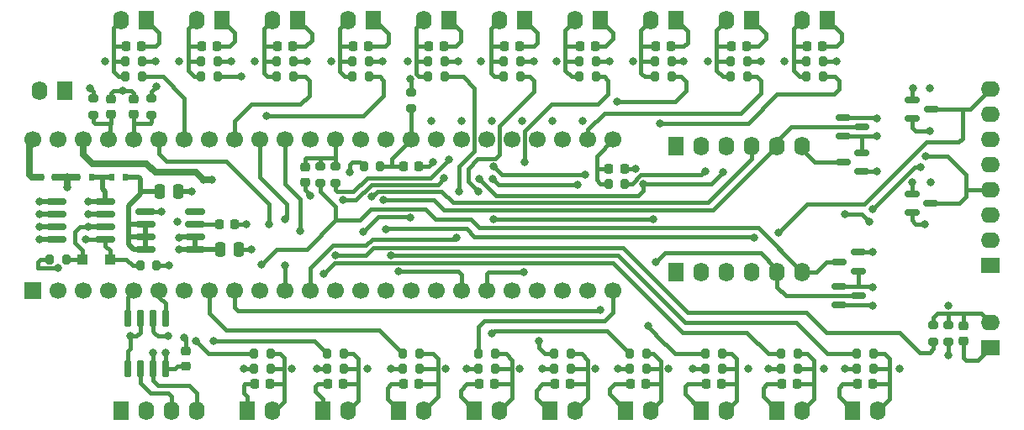
<source format=gbr>
%TF.GenerationSoftware,KiCad,Pcbnew,6.0.7-f9a2dced07~116~ubuntu20.04.1*%
%TF.CreationDate,2022-12-18T15:13:05-08:00*%
%TF.ProjectId,ButtonBd2,42757474-6f6e-4426-9432-2e6b69636164,rev?*%
%TF.SameCoordinates,Original*%
%TF.FileFunction,Copper,L4,Bot*%
%TF.FilePolarity,Positive*%
%FSLAX46Y46*%
G04 Gerber Fmt 4.6, Leading zero omitted, Abs format (unit mm)*
G04 Created by KiCad (PCBNEW 6.0.7-f9a2dced07~116~ubuntu20.04.1) date 2022-12-18 15:13:05*
%MOMM*%
%LPD*%
G01*
G04 APERTURE LIST*
G04 Aperture macros list*
%AMRoundRect*
0 Rectangle with rounded corners*
0 $1 Rounding radius*
0 $2 $3 $4 $5 $6 $7 $8 $9 X,Y pos of 4 corners*
0 Add a 4 corners polygon primitive as box body*
4,1,4,$2,$3,$4,$5,$6,$7,$8,$9,$2,$3,0*
0 Add four circle primitives for the rounded corners*
1,1,$1+$1,$2,$3*
1,1,$1+$1,$4,$5*
1,1,$1+$1,$6,$7*
1,1,$1+$1,$8,$9*
0 Add four rect primitives between the rounded corners*
20,1,$1+$1,$2,$3,$4,$5,0*
20,1,$1+$1,$4,$5,$6,$7,0*
20,1,$1+$1,$6,$7,$8,$9,0*
20,1,$1+$1,$8,$9,$2,$3,0*%
G04 Aperture macros list end*
%TA.AperFunction,ComponentPad*%
%ADD10R,1.600200X1.905000*%
%TD*%
%TA.AperFunction,ComponentPad*%
%ADD11O,1.600200X1.905000*%
%TD*%
%TA.AperFunction,ComponentPad*%
%ADD12R,1.905000X1.600200*%
%TD*%
%TA.AperFunction,ComponentPad*%
%ADD13O,1.905000X1.600200*%
%TD*%
%TA.AperFunction,ComponentPad*%
%ADD14R,1.700000X1.700000*%
%TD*%
%TA.AperFunction,ComponentPad*%
%ADD15C,1.700000*%
%TD*%
%TA.AperFunction,SMDPad,CuDef*%
%ADD16RoundRect,0.200000X0.200000X0.275000X-0.200000X0.275000X-0.200000X-0.275000X0.200000X-0.275000X0*%
%TD*%
%TA.AperFunction,SMDPad,CuDef*%
%ADD17RoundRect,0.200000X0.275000X-0.200000X0.275000X0.200000X-0.275000X0.200000X-0.275000X-0.200000X0*%
%TD*%
%TA.AperFunction,SMDPad,CuDef*%
%ADD18RoundRect,0.200000X-0.200000X-0.275000X0.200000X-0.275000X0.200000X0.275000X-0.200000X0.275000X0*%
%TD*%
%TA.AperFunction,SMDPad,CuDef*%
%ADD19RoundRect,0.150000X0.825000X0.150000X-0.825000X0.150000X-0.825000X-0.150000X0.825000X-0.150000X0*%
%TD*%
%TA.AperFunction,SMDPad,CuDef*%
%ADD20RoundRect,0.225000X-0.225000X-0.250000X0.225000X-0.250000X0.225000X0.250000X-0.225000X0.250000X0*%
%TD*%
%TA.AperFunction,SMDPad,CuDef*%
%ADD21RoundRect,0.150000X0.587500X0.150000X-0.587500X0.150000X-0.587500X-0.150000X0.587500X-0.150000X0*%
%TD*%
%TA.AperFunction,SMDPad,CuDef*%
%ADD22RoundRect,0.225000X0.250000X-0.225000X0.250000X0.225000X-0.250000X0.225000X-0.250000X-0.225000X0*%
%TD*%
%TA.AperFunction,SMDPad,CuDef*%
%ADD23RoundRect,0.225000X0.225000X0.250000X-0.225000X0.250000X-0.225000X-0.250000X0.225000X-0.250000X0*%
%TD*%
%TA.AperFunction,SMDPad,CuDef*%
%ADD24RoundRect,0.225000X-0.250000X0.225000X-0.250000X-0.225000X0.250000X-0.225000X0.250000X0.225000X0*%
%TD*%
%TA.AperFunction,SMDPad,CuDef*%
%ADD25RoundRect,0.200000X-0.275000X0.200000X-0.275000X-0.200000X0.275000X-0.200000X0.275000X0.200000X0*%
%TD*%
%TA.AperFunction,SMDPad,CuDef*%
%ADD26RoundRect,0.250000X-0.250000X-0.475000X0.250000X-0.475000X0.250000X0.475000X-0.250000X0.475000X0*%
%TD*%
%TA.AperFunction,SMDPad,CuDef*%
%ADD27RoundRect,0.150000X-0.587500X-0.150000X0.587500X-0.150000X0.587500X0.150000X-0.587500X0.150000X0*%
%TD*%
%TA.AperFunction,SMDPad,CuDef*%
%ADD28R,0.600000X0.700000*%
%TD*%
%TA.AperFunction,SMDPad,CuDef*%
%ADD29RoundRect,0.150000X-0.825000X-0.150000X0.825000X-0.150000X0.825000X0.150000X-0.825000X0.150000X0*%
%TD*%
%TA.AperFunction,SMDPad,CuDef*%
%ADD30R,1.100000X1.100000*%
%TD*%
%TA.AperFunction,SMDPad,CuDef*%
%ADD31RoundRect,0.150000X-0.150000X0.725000X-0.150000X-0.725000X0.150000X-0.725000X0.150000X0.725000X0*%
%TD*%
%TA.AperFunction,ViaPad*%
%ADD32C,0.800000*%
%TD*%
%TA.AperFunction,Conductor*%
%ADD33C,0.381000*%
%TD*%
%TA.AperFunction,Conductor*%
%ADD34C,0.508000*%
%TD*%
%TA.AperFunction,Conductor*%
%ADD35C,0.635000*%
%TD*%
G04 APERTURE END LIST*
D10*
%TO.P,J22,1,Pin_1*%
%TO.N,GND*%
X113030000Y-100965000D03*
D11*
%TO.P,J22,2,Pin_2*%
%TO.N,/Button Inputs/BN14*%
X115570000Y-100965000D03*
%TD*%
D10*
%TO.P,J24,1,Pin_1*%
%TO.N,GND*%
X128270000Y-100965000D03*
D11*
%TO.P,J24,2,Pin_2*%
%TO.N,/Button Inputs/BN12*%
X130810000Y-100965000D03*
%TD*%
D12*
%TO.P,J13,1,Pin_1*%
%TO.N,GND*%
X149733000Y-86360000D03*
D13*
%TO.P,J13,2,Pin_2*%
%TO.N,+3.3V*%
X149733000Y-83820000D03*
%TO.P,J13,3,Pin_3*%
%TO.N,/ABS0*%
X149733000Y-81280000D03*
%TO.P,J13,4,Pin_4*%
%TO.N,/ABS1*%
X149733000Y-78740000D03*
%TO.P,J13,5,Pin_5*%
%TO.N,GND*%
X149733000Y-76200000D03*
%TO.P,J13,6,Pin_6*%
%TO.N,+3.3V*%
X149733000Y-73660000D03*
%TO.P,J13,7,Pin_7*%
%TO.N,/ABS2*%
X149733000Y-71120000D03*
%TO.P,J13,8,Pin_8*%
%TO.N,/ABS3*%
X149733000Y-68580000D03*
%TD*%
D10*
%TO.P,J6,1,Pin_1*%
%TO.N,GND*%
X102870000Y-61595000D03*
D11*
%TO.P,J6,2,Pin_2*%
%TO.N,/Button Inputs/BN5*%
X100330000Y-61595000D03*
%TD*%
D10*
%TO.P,J16,1,Pin_1*%
%TO.N,GND*%
X62230000Y-100965000D03*
D11*
%TO.P,J16,2,Pin_2*%
%TO.N,/+5V_{IN}*%
X64770000Y-100965000D03*
%TO.P,J16,3,Pin_3*%
%TO.N,/CAN_H*%
X67310000Y-100965000D03*
%TO.P,J16,4,Pin_4*%
%TO.N,/CAN_L*%
X69850000Y-100965000D03*
%TD*%
D10*
%TO.P,J3,1,Pin_1*%
%TO.N,GND*%
X80010000Y-61595000D03*
D11*
%TO.P,J3,2,Pin_2*%
%TO.N,/Button Inputs/BN2*%
X77470000Y-61595000D03*
%TD*%
D12*
%TO.P,J15,1,Pin_1*%
%TO.N,GND*%
X149733000Y-94615000D03*
D13*
%TO.P,J15,2,Pin_2*%
%TO.N,/Button Inputs/BN10*%
X149733000Y-92075000D03*
%TD*%
D10*
%TO.P,J12,1,Pin_1*%
%TO.N,GND*%
X118110000Y-74295000D03*
D11*
%TO.P,J12,2,Pin_2*%
%TO.N,+5V*%
X120650000Y-74295000D03*
%TO.P,J12,3,Pin_3*%
%TO.N,+3.3V*%
X123190000Y-74295000D03*
%TO.P,J12,4,Pin_4*%
%TO.N,/ENC1_A*%
X125730000Y-74295000D03*
%TO.P,J12,5,Pin_5*%
%TO.N,/ENC1_B*%
X128270000Y-74295000D03*
%TO.P,J12,6,Pin_6*%
%TO.N,/ENC1_ABS*%
X130810000Y-74295000D03*
%TD*%
D10*
%TO.P,J2,1,Pin_1*%
%TO.N,GND*%
X72390000Y-61595000D03*
D11*
%TO.P,J2,2,Pin_2*%
%TO.N,/Button Inputs/BN1*%
X69850000Y-61595000D03*
%TD*%
D10*
%TO.P,J19,1,Pin_1*%
%TO.N,GND*%
X90170000Y-100965000D03*
D11*
%TO.P,J19,2,Pin_2*%
%TO.N,/Button Inputs/BN17*%
X92710000Y-100965000D03*
%TD*%
D10*
%TO.P,J14,1,Pin_1*%
%TO.N,GND*%
X118110000Y-86995000D03*
D11*
%TO.P,J14,2,Pin_2*%
%TO.N,+5V*%
X120650000Y-86995000D03*
%TO.P,J14,3,Pin_3*%
%TO.N,+3.3V*%
X123190000Y-86995000D03*
%TO.P,J14,4,Pin_4*%
%TO.N,/ENC0_A*%
X125730000Y-86995000D03*
%TO.P,J14,5,Pin_5*%
%TO.N,/ENC0_B*%
X128270000Y-86995000D03*
%TO.P,J14,6,Pin_6*%
%TO.N,/ENC0_ABS*%
X130810000Y-86995000D03*
%TD*%
D10*
%TO.P,J18,1,Pin_1*%
%TO.N,GND*%
X82550000Y-100965000D03*
D11*
%TO.P,J18,2,Pin_2*%
%TO.N,/Button Inputs/BN18*%
X85090000Y-100965000D03*
%TD*%
D10*
%TO.P,J11,1,Pin_1*%
%TO.N,GND*%
X56515000Y-68707000D03*
D11*
%TO.P,J11,2,Pin_2*%
%TO.N,/+5V_{IN}*%
X53975000Y-68707000D03*
%TD*%
D10*
%TO.P,J4,1,Pin_1*%
%TO.N,GND*%
X87630000Y-61595000D03*
D11*
%TO.P,J4,2,Pin_2*%
%TO.N,/Button Inputs/BN3*%
X85090000Y-61595000D03*
%TD*%
D10*
%TO.P,J23,1,Pin_1*%
%TO.N,GND*%
X120650000Y-100965000D03*
D11*
%TO.P,J23,2,Pin_2*%
%TO.N,/Button Inputs/BN13*%
X123190000Y-100965000D03*
%TD*%
D10*
%TO.P,J20,1,Pin_1*%
%TO.N,GND*%
X97790000Y-100965000D03*
D11*
%TO.P,J20,2,Pin_2*%
%TO.N,/Button Inputs/BN16*%
X100330000Y-100965000D03*
%TD*%
D10*
%TO.P,J10,1,Pin_1*%
%TO.N,GND*%
X133350000Y-61595000D03*
D11*
%TO.P,J10,2,Pin_2*%
%TO.N,/Button Inputs/BN9*%
X130810000Y-61595000D03*
%TD*%
D10*
%TO.P,J1,1,Pin_1*%
%TO.N,GND*%
X64770000Y-61595000D03*
D11*
%TO.P,J1,2,Pin_2*%
%TO.N,/Button Inputs/BN0*%
X62230000Y-61595000D03*
%TD*%
D10*
%TO.P,J8,1,Pin_1*%
%TO.N,GND*%
X118110000Y-61595000D03*
D11*
%TO.P,J8,2,Pin_2*%
%TO.N,/Button Inputs/BN7*%
X115570000Y-61595000D03*
%TD*%
D10*
%TO.P,J9,1,Pin_1*%
%TO.N,GND*%
X125730000Y-61595000D03*
D11*
%TO.P,J9,2,Pin_2*%
%TO.N,/Button Inputs/BN8*%
X123190000Y-61595000D03*
%TD*%
D10*
%TO.P,J7,1,Pin_1*%
%TO.N,GND*%
X110490000Y-61595000D03*
D11*
%TO.P,J7,2,Pin_2*%
%TO.N,/Button Inputs/BN6*%
X107950000Y-61595000D03*
%TD*%
D10*
%TO.P,J17,1,Pin_1*%
%TO.N,GND*%
X74930000Y-100965000D03*
D11*
%TO.P,J17,2,Pin_2*%
%TO.N,/Button Inputs/BN19*%
X77470000Y-100965000D03*
%TD*%
D14*
%TO.P,U1,1,GND*%
%TO.N,GND*%
X53340000Y-88900000D03*
D15*
%TO.P,U1,2,P0*%
%TO.N,/BTN19*%
X55880000Y-88900000D03*
%TO.P,U1,3,P1*%
%TO.N,/BTN18*%
X58420000Y-88900000D03*
%TO.P,U1,4,P2/FTM3_CH0*%
%TO.N,/ENC0_ABS*%
X60960000Y-88900000D03*
%TO.P,U1,5,P3/CAN_TX*%
%TO.N,/CAN_TX*%
X63500000Y-88900000D03*
%TO.P,U1,6,P4/CAN_RX*%
%TO.N,/CAN_RX*%
X66040000Y-88900000D03*
%TO.P,U1,7,P5*%
%TO.N,/BTN14*%
X68580000Y-88900000D03*
%TO.P,U1,8,P6*%
%TO.N,/BTN17*%
X71120000Y-88900000D03*
%TO.P,U1,9,P7*%
%TO.N,/BTN13*%
X73660000Y-88900000D03*
%TO.P,U1,10,P8*%
%TO.N,/BTN12*%
X76200000Y-88900000D03*
%TO.P,U1,11,P9*%
%TO.N,/BTN10*%
X78740000Y-88900000D03*
%TO.P,U1,12,P10*%
%TO.N,/LED1Y*%
X81280000Y-88900000D03*
%TO.P,U1,13,P11*%
%TO.N,/LED0R*%
X83820000Y-88900000D03*
%TO.P,U1,14,P12*%
%TO.N,/BTN11*%
X86360000Y-88900000D03*
%TO.P,U1,15,3V3*%
%TO.N,+3.3V*%
X88900000Y-88900000D03*
%TO.P,U1,16,P24*%
%TO.N,/BTN5*%
X91440000Y-88900000D03*
%TO.P,U1,17,P25*%
%TO.N,/BTN9*%
X93980000Y-88900000D03*
%TO.P,U1,18,P26*%
%TO.N,/BTN4*%
X96520000Y-88900000D03*
%TO.P,U1,19,P27*%
%TO.N,/BTN7*%
X99060000Y-88900000D03*
%TO.P,U1,20,P28*%
%TO.N,/BTN6*%
X101600000Y-88900000D03*
%TO.P,U1,21,P29/FTM2_QD_PHA*%
%TO.N,/ENC0_A*%
X104140000Y-88900000D03*
%TO.P,U1,22,P30/FTM2_QD_PHB*%
%TO.N,/ENC0_B*%
X106680000Y-88900000D03*
%TO.P,U1,23,P31*%
%TO.N,/BTN15*%
X109220000Y-88900000D03*
%TO.P,U1,24,P32*%
%TO.N,/BTN16*%
X111760000Y-88900000D03*
%TO.P,U1,25,P33/ADC0_SE17*%
%TO.N,/ENC1_ABS_ADC*%
X111760000Y-73660000D03*
%TO.P,U1,26,P34*%
%TO.N,/BTN8*%
X109220000Y-73660000D03*
%TO.P,U1,27,P35*%
%TO.N,/LED1G*%
X106680000Y-73660000D03*
%TO.P,U1,28,P36/ADC1_SE5b*%
%TO.N,unconnected-(U1-Pad28)*%
X104140000Y-73660000D03*
%TO.P,U1,29,P37*%
%TO.N,/LED1R*%
X101600000Y-73660000D03*
%TO.P,U1,30,P38*%
%TO.N,/LED0G*%
X99060000Y-73660000D03*
%TO.P,U1,31,P39*%
%TO.N,/LED0Y*%
X96520000Y-73660000D03*
%TO.P,U1,32,A21*%
%TO.N,unconnected-(U1-Pad32)*%
X93980000Y-73660000D03*
%TO.P,U1,33,A22/ADC1_SE23*%
%TO.N,/+5V_MON_ADC*%
X91440000Y-73660000D03*
%TO.P,U1,34,GND*%
%TO.N,GND*%
X88900000Y-73660000D03*
%TO.P,U1,35,P13/LED*%
%TO.N,unconnected-(U1-Pad35)*%
X86360000Y-73660000D03*
%TO.P,U1,36,P14/ADC0_SE5b*%
%TO.N,/ENC0_ABS_ADC*%
X83820000Y-73660000D03*
%TO.P,U1,37,P15*%
%TO.N,/BTN1*%
X81280000Y-73660000D03*
%TO.P,U1,38,P16/FTM1_QD_PHA*%
%TO.N,/ENC1_B*%
X78740000Y-73660000D03*
%TO.P,U1,39,P17/FTM1_QD_PHB*%
%TO.N,/ENC1_A*%
X76200000Y-73660000D03*
%TO.P,U1,40,P18*%
%TO.N,/BTN2*%
X73660000Y-73660000D03*
%TO.P,U1,41,P19*%
%TO.N,/BTN3*%
X71120000Y-73660000D03*
%TO.P,U1,42,P20*%
%TO.N,/BTN0*%
X68580000Y-73660000D03*
%TO.P,U1,43,P21/FTM0_CH6*%
%TO.N,/ENC1_ABS*%
X66040000Y-73660000D03*
%TO.P,U1,44,P22/ADC0_SE15*%
%TO.N,/ABS2_ADC*%
X63500000Y-73660000D03*
%TO.P,U1,45,P23/ADC0_SE4b*%
%TO.N,/ABS3_ADC*%
X60960000Y-73660000D03*
%TO.P,U1,46,3V3*%
%TO.N,+3.3V*%
X58420000Y-73660000D03*
%TO.P,U1,47,AGND*%
%TO.N,GND*%
X55880000Y-73660000D03*
%TO.P,U1,48,V_{IN}*%
%TO.N,/V_{IN}*%
X53340000Y-73660000D03*
%TD*%
D10*
%TO.P,J21,1,Pin_1*%
%TO.N,GND*%
X105410000Y-100965000D03*
D11*
%TO.P,J21,2,Pin_2*%
%TO.N,/Button Inputs/BN15*%
X107950000Y-100965000D03*
%TD*%
D10*
%TO.P,J25,1,Pin_1*%
%TO.N,GND*%
X135890000Y-100965000D03*
D11*
%TO.P,J25,2,Pin_2*%
%TO.N,/Button Inputs/BN11*%
X138430000Y-100965000D03*
%TD*%
D10*
%TO.P,J5,1,Pin_1*%
%TO.N,GND*%
X95250000Y-61595000D03*
D11*
%TO.P,J5,2,Pin_2*%
%TO.N,/Button Inputs/BN4*%
X92710000Y-61595000D03*
%TD*%
D16*
%TO.P,R15,1*%
%TO.N,Net-(D4-Pad1)*%
X87185000Y-65786000D03*
%TO.P,R15,2*%
%TO.N,/Button Inputs/BN3*%
X85535000Y-65786000D03*
%TD*%
D17*
%TO.P,R31,1*%
%TO.N,/ABS3_ADC*%
X59436000Y-71183000D03*
%TO.P,R31,2*%
%TO.N,/ABS3*%
X59436000Y-69533000D03*
%TD*%
D18*
%TO.P,R21,1*%
%TO.N,/Button Inputs/BN7*%
X116015000Y-67310000D03*
%TO.P,R21,2*%
%TO.N,/BTN7*%
X117665000Y-67310000D03*
%TD*%
D19*
%TO.P,Q1,1,S*%
%TO.N,+5V*%
X60641000Y-79883000D03*
%TO.P,Q1,2,S*%
X60641000Y-81153000D03*
%TO.P,Q1,3,S*%
X60641000Y-82423000D03*
%TO.P,Q1,4,G*%
%TO.N,Net-(D40-Pad2)*%
X60641000Y-83693000D03*
%TO.P,Q1,5,D*%
%TO.N,/+5V_{IN}*%
X55691000Y-83693000D03*
%TO.P,Q1,6,D*%
X55691000Y-82423000D03*
%TO.P,Q1,7,D*%
X55691000Y-81153000D03*
%TO.P,Q1,8,D*%
X55691000Y-79883000D03*
%TD*%
D18*
%TO.P,R57,1*%
%TO.N,Net-(D23-Pad1)*%
X75629000Y-96774000D03*
%TO.P,R57,2*%
%TO.N,/Button Inputs/BN19*%
X77279000Y-96774000D03*
%TD*%
%TO.P,R28,1*%
%TO.N,/Button Inputs/BN0*%
X62675000Y-67310000D03*
%TO.P,R28,2*%
%TO.N,/BTN0*%
X64325000Y-67310000D03*
%TD*%
D20*
%TO.P,C9,1*%
%TO.N,/Button Inputs/BN6*%
X108445000Y-64262000D03*
%TO.P,C9,2*%
%TO.N,GND*%
X109995000Y-64262000D03*
%TD*%
D21*
%TO.P,D34,1,K*%
%TO.N,GND*%
X136827500Y-74996000D03*
%TO.P,D34,2,A*%
%TO.N,+5V*%
X136827500Y-76896000D03*
%TO.P,D34,3,K*%
%TO.N,/ENC1_ABS*%
X134952500Y-75946000D03*
%TD*%
D18*
%TO.P,R50,1*%
%TO.N,Net-(D30-Pad1)*%
X128715000Y-96774000D03*
%TO.P,R50,2*%
%TO.N,/Button Inputs/BN12*%
X130365000Y-96774000D03*
%TD*%
D22*
%TO.P,C16,1*%
%TO.N,/ABS2_ADC*%
X63500000Y-71133000D03*
%TO.P,C16,2*%
%TO.N,GND*%
X63500000Y-69583000D03*
%TD*%
D16*
%TO.P,R36,1*%
%TO.N,GND*%
X65785000Y-86360000D03*
%TO.P,R36,2*%
%TO.N,Net-(D40-Pad2)*%
X64135000Y-86360000D03*
%TD*%
%TO.P,R16,1*%
%TO.N,Net-(D3-Pad1)*%
X79565000Y-65786000D03*
%TO.P,R16,2*%
%TO.N,/Button Inputs/BN2*%
X77915000Y-65786000D03*
%TD*%
D18*
%TO.P,R55,1*%
%TO.N,Net-(D25-Pad1)*%
X90615000Y-96774000D03*
%TO.P,R55,2*%
%TO.N,/Button Inputs/BN17*%
X92265000Y-96774000D03*
%TD*%
D23*
%TO.P,C28,1*%
%TO.N,/Button Inputs/BN13*%
X122695000Y-98298000D03*
%TO.P,C28,2*%
%TO.N,GND*%
X121145000Y-98298000D03*
%TD*%
D20*
%TO.P,C22,1*%
%TO.N,Net-(C22-Pad1)*%
X72123000Y-82169000D03*
%TO.P,C22,2*%
%TO.N,GND*%
X73673000Y-82169000D03*
%TD*%
D16*
%TO.P,R43,1*%
%TO.N,/Button Inputs/BN14*%
X115112254Y-95250000D03*
%TO.P,R43,2*%
%TO.N,/BTN14*%
X113462254Y-95250000D03*
%TD*%
%TO.P,R46,1*%
%TO.N,/Button Inputs/BN17*%
X92265000Y-95250000D03*
%TO.P,R46,2*%
%TO.N,/BTN17*%
X90615000Y-95250000D03*
%TD*%
%TO.P,R18,1*%
%TO.N,Net-(D1-Pad1)*%
X64325000Y-65786000D03*
%TO.P,R18,2*%
%TO.N,/Button Inputs/BN0*%
X62675000Y-65786000D03*
%TD*%
D18*
%TO.P,R24,1*%
%TO.N,/Button Inputs/BN4*%
X93155000Y-67310000D03*
%TO.P,R24,2*%
%TO.N,/BTN4*%
X94805000Y-67310000D03*
%TD*%
D22*
%TO.P,C17,1*%
%TO.N,/ABS3_ADC*%
X61214000Y-71133000D03*
%TO.P,C17,2*%
%TO.N,GND*%
X61214000Y-69583000D03*
%TD*%
D17*
%TO.P,R38,1*%
%TO.N,Net-(D21-Pad1)*%
X145542000Y-94043000D03*
%TO.P,R38,2*%
%TO.N,/Button Inputs/BN10*%
X145542000Y-92393000D03*
%TD*%
D18*
%TO.P,R51,1*%
%TO.N,Net-(D29-Pad1)*%
X121095000Y-96774000D03*
%TO.P,R51,2*%
%TO.N,/Button Inputs/BN13*%
X122745000Y-96774000D03*
%TD*%
D17*
%TO.P,R29,1*%
%TO.N,/+5V_MON_ADC*%
X91440000Y-70548000D03*
%TO.P,R29,2*%
%TO.N,GND*%
X91440000Y-68898000D03*
%TD*%
D16*
%TO.P,R10,1*%
%TO.N,Net-(D9-Pad1)*%
X125285000Y-65786000D03*
%TO.P,R10,2*%
%TO.N,/Button Inputs/BN8*%
X123635000Y-65786000D03*
%TD*%
D24*
%TO.P,C20,1*%
%TO.N,/ENC0_ABS_ADC*%
X80772000Y-76428000D03*
%TO.P,C20,2*%
%TO.N,GND*%
X80772000Y-77978000D03*
%TD*%
D23*
%TO.P,C33,1*%
%TO.N,/Button Inputs/BN18*%
X84595000Y-98298000D03*
%TO.P,C33,2*%
%TO.N,GND*%
X83045000Y-98298000D03*
%TD*%
D25*
%TO.P,R33,1*%
%TO.N,/ENC0_ABS_ADC*%
X83820000Y-76391000D03*
%TO.P,R33,2*%
%TO.N,/ABS0*%
X83820000Y-78041000D03*
%TD*%
D21*
%TO.P,D39,1,K*%
%TO.N,GND*%
X136446500Y-85029000D03*
%TO.P,D39,2,A*%
%TO.N,+5V*%
X136446500Y-86929000D03*
%TO.P,D39,3,K*%
%TO.N,/ENC0_ABS*%
X134571500Y-85979000D03*
%TD*%
D26*
%TO.P,C21,1*%
%TO.N,Net-(C21-Pad1)*%
X66106000Y-78867000D03*
%TO.P,C21,2*%
%TO.N,GND*%
X68006000Y-78867000D03*
%TD*%
D16*
%TO.P,R45,1*%
%TO.N,/Button Inputs/BN16*%
X99885000Y-95250000D03*
%TO.P,R45,2*%
%TO.N,/BTN16*%
X98235000Y-95250000D03*
%TD*%
D27*
%TO.P,D32,1,K*%
%TO.N,GND*%
X141937500Y-71562000D03*
%TO.P,D32,2,A*%
%TO.N,+3.3V*%
X141937500Y-69662000D03*
%TO.P,D32,3,K*%
%TO.N,/ABS3*%
X143812500Y-70612000D03*
%TD*%
D20*
%TO.P,C18,1*%
%TO.N,/+5V_MON_ADC*%
X90665000Y-76327000D03*
%TO.P,C18,2*%
%TO.N,GND*%
X92215000Y-76327000D03*
%TD*%
D28*
%TO.P,D37,1,K*%
%TO.N,+5VD*%
X55564000Y-77470000D03*
%TO.P,D37,2,A*%
%TO.N,/V_{IN}*%
X54164000Y-77470000D03*
%TD*%
D16*
%TO.P,R41,1*%
%TO.N,/Button Inputs/BN12*%
X130365000Y-95250000D03*
%TO.P,R41,2*%
%TO.N,/BTN12*%
X128715000Y-95250000D03*
%TD*%
D18*
%TO.P,R49,1*%
%TO.N,Net-(D31-Pad1)*%
X136335000Y-96774000D03*
%TO.P,R49,2*%
%TO.N,/Button Inputs/BN11*%
X137985000Y-96774000D03*
%TD*%
D23*
%TO.P,C29,1*%
%TO.N,/Button Inputs/BN14*%
X115075000Y-98298000D03*
%TO.P,C29,2*%
%TO.N,GND*%
X113525000Y-98298000D03*
%TD*%
D29*
%TO.P,U2,1,Vin*%
%TO.N,Net-(C21-Pad1)*%
X64708000Y-84709000D03*
%TO.P,U2,2,Vin*%
X64708000Y-83439000D03*
%TO.P,U2,3,~{SHDN}*%
X64708000Y-82169000D03*
%TO.P,U2,4,GND*%
%TO.N,GND*%
X64708000Y-80899000D03*
%TO.P,U2,5,PWRGD*%
%TO.N,unconnected-(U2-Pad5)*%
X69658000Y-80899000D03*
%TO.P,U2,6,Cdelay*%
%TO.N,Net-(C22-Pad1)*%
X69658000Y-82169000D03*
%TO.P,U2,7,Sense*%
%TO.N,+3.3V*%
X69658000Y-83439000D03*
%TO.P,U2,8,Vout*%
X69658000Y-84709000D03*
%TD*%
D30*
%TO.P,D40,1,K*%
%TO.N,+5V*%
X58290000Y-85725000D03*
%TO.P,D40,2,A*%
%TO.N,Net-(D40-Pad2)*%
X61090000Y-85725000D03*
%TD*%
D16*
%TO.P,R40,1*%
%TO.N,/Button Inputs/BN11*%
X137985000Y-95250000D03*
%TO.P,R40,2*%
%TO.N,/BTN11*%
X136335000Y-95250000D03*
%TD*%
D18*
%TO.P,R37,1*%
%TO.N,Net-(D40-Pad2)*%
X55055000Y-85725000D03*
%TO.P,R37,2*%
%TO.N,+5V*%
X56705000Y-85725000D03*
%TD*%
D25*
%TO.P,R39,1*%
%TO.N,/Button Inputs/BN10*%
X144018000Y-92393000D03*
%TO.P,R39,2*%
%TO.N,/BTN10*%
X144018000Y-94043000D03*
%TD*%
D16*
%TO.P,R13,1*%
%TO.N,Net-(D6-Pad1)*%
X102425000Y-65786000D03*
%TO.P,R13,2*%
%TO.N,/Button Inputs/BN5*%
X100775000Y-65786000D03*
%TD*%
D27*
%TO.P,D41,1,K*%
%TO.N,GND*%
X134571500Y-90358000D03*
%TO.P,D41,2,A*%
%TO.N,+5V*%
X134571500Y-88458000D03*
%TO.P,D41,3,K*%
%TO.N,/ENC0_B*%
X136446500Y-89408000D03*
%TD*%
D17*
%TO.P,R30,1*%
%TO.N,/ABS2_ADC*%
X65278000Y-71183000D03*
%TO.P,R30,2*%
%TO.N,/ABS2*%
X65278000Y-69533000D03*
%TD*%
D23*
%TO.P,C31,1*%
%TO.N,/Button Inputs/BN16*%
X99835000Y-98298000D03*
%TO.P,C31,2*%
%TO.N,GND*%
X98285000Y-98298000D03*
%TD*%
D18*
%TO.P,R23,1*%
%TO.N,/Button Inputs/BN5*%
X100775000Y-67310000D03*
%TO.P,R23,2*%
%TO.N,/BTN5*%
X102425000Y-67310000D03*
%TD*%
D20*
%TO.P,C11,1*%
%TO.N,/Button Inputs/BN4*%
X93205000Y-64262000D03*
%TO.P,C11,2*%
%TO.N,GND*%
X94755000Y-64262000D03*
%TD*%
D27*
%TO.P,D33,1,K*%
%TO.N,GND*%
X134952500Y-73340000D03*
%TO.P,D33,2,A*%
%TO.N,+5V*%
X134952500Y-71440000D03*
%TO.P,D33,3,K*%
%TO.N,/ENC1_B*%
X136827500Y-72390000D03*
%TD*%
D16*
%TO.P,R47,1*%
%TO.N,/Button Inputs/BN18*%
X84645000Y-95250000D03*
%TO.P,R47,2*%
%TO.N,/BTN18*%
X82995000Y-95250000D03*
%TD*%
%TO.P,R14,1*%
%TO.N,Net-(D5-Pad1)*%
X94805000Y-65786000D03*
%TO.P,R14,2*%
%TO.N,/Button Inputs/BN4*%
X93155000Y-65786000D03*
%TD*%
D20*
%TO.P,C12,1*%
%TO.N,/Button Inputs/BN3*%
X85585000Y-64262000D03*
%TO.P,C12,2*%
%TO.N,GND*%
X87135000Y-64262000D03*
%TD*%
D18*
%TO.P,R52,1*%
%TO.N,Net-(D28-Pad1)*%
X113475000Y-96774000D03*
%TO.P,R52,2*%
%TO.N,/Button Inputs/BN14*%
X115125000Y-96774000D03*
%TD*%
D28*
%TO.P,D35,1,K*%
%TO.N,Net-(C21-Pad1)*%
X62676000Y-77470000D03*
%TO.P,D35,2,A*%
%TO.N,+5V*%
X61276000Y-77470000D03*
%TD*%
D16*
%TO.P,R11,1*%
%TO.N,Net-(D8-Pad1)*%
X117665000Y-65786000D03*
%TO.P,R11,2*%
%TO.N,/Button Inputs/BN7*%
X116015000Y-65786000D03*
%TD*%
D18*
%TO.P,R19,1*%
%TO.N,/Button Inputs/BN9*%
X131255000Y-67310000D03*
%TO.P,R19,2*%
%TO.N,/BTN9*%
X132905000Y-67310000D03*
%TD*%
%TO.P,R26,1*%
%TO.N,/Button Inputs/BN2*%
X77915000Y-67310000D03*
%TO.P,R26,2*%
%TO.N,/BTN2*%
X79565000Y-67310000D03*
%TD*%
D16*
%TO.P,R32,1*%
%TO.N,/+5V_MON_ADC*%
X88328000Y-76327000D03*
%TO.P,R32,2*%
%TO.N,+5V*%
X86678000Y-76327000D03*
%TD*%
D20*
%TO.P,C6,1*%
%TO.N,/Button Inputs/BN9*%
X131305000Y-64262000D03*
%TO.P,C6,2*%
%TO.N,GND*%
X132855000Y-64262000D03*
%TD*%
D16*
%TO.P,R42,1*%
%TO.N,/Button Inputs/BN13*%
X122745000Y-95250000D03*
%TO.P,R42,2*%
%TO.N,/BTN13*%
X121095000Y-95250000D03*
%TD*%
%TO.P,R44,1*%
%TO.N,/Button Inputs/BN15*%
X107505000Y-95250000D03*
%TO.P,R44,2*%
%TO.N,/BTN15*%
X105855000Y-95250000D03*
%TD*%
D20*
%TO.P,C8,1*%
%TO.N,/Button Inputs/BN7*%
X116065000Y-64262000D03*
%TO.P,C8,2*%
%TO.N,GND*%
X117615000Y-64262000D03*
%TD*%
D18*
%TO.P,R54,1*%
%TO.N,Net-(D26-Pad1)*%
X98235000Y-96774000D03*
%TO.P,R54,2*%
%TO.N,/Button Inputs/BN16*%
X99885000Y-96774000D03*
%TD*%
D20*
%TO.P,C14,1*%
%TO.N,/Button Inputs/BN1*%
X70345000Y-64262000D03*
%TO.P,C14,2*%
%TO.N,GND*%
X71895000Y-64262000D03*
%TD*%
D18*
%TO.P,R22,1*%
%TO.N,/Button Inputs/BN6*%
X108395000Y-67310000D03*
%TO.P,R22,2*%
%TO.N,/BTN6*%
X110045000Y-67310000D03*
%TD*%
D31*
%TO.P,U3,1,TXD*%
%TO.N,/CAN_TX*%
X62865000Y-91659000D03*
%TO.P,U3,2,VSS*%
%TO.N,GND*%
X64135000Y-91659000D03*
%TO.P,U3,3,VDD*%
%TO.N,+5V*%
X65405000Y-91659000D03*
%TO.P,U3,4,RXD*%
%TO.N,/CAN_RX*%
X66675000Y-91659000D03*
%TO.P,U3,5,VIO*%
%TO.N,+3.3V*%
X66675000Y-96809000D03*
%TO.P,U3,6,CANL*%
%TO.N,/CAN_L*%
X65405000Y-96809000D03*
%TO.P,U3,7,CANH*%
%TO.N,/CAN_H*%
X64135000Y-96809000D03*
%TO.P,U3,8,STBY*%
%TO.N,GND*%
X62865000Y-96809000D03*
%TD*%
D26*
%TO.P,C23,1*%
%TO.N,+3.3V*%
X72202000Y-84709000D03*
%TO.P,C23,2*%
%TO.N,GND*%
X74102000Y-84709000D03*
%TD*%
D18*
%TO.P,R20,1*%
%TO.N,/Button Inputs/BN8*%
X123635000Y-67310000D03*
%TO.P,R20,2*%
%TO.N,/BTN8*%
X125285000Y-67310000D03*
%TD*%
D20*
%TO.P,C19,1*%
%TO.N,/ENC1_ABS_ADC*%
X111366000Y-76581000D03*
%TO.P,C19,2*%
%TO.N,GND*%
X112916000Y-76581000D03*
%TD*%
D18*
%TO.P,R35,1*%
%TO.N,/ENC1_ABS_ADC*%
X111316000Y-78105000D03*
%TO.P,R35,2*%
%TO.N,/ABS1*%
X112966000Y-78105000D03*
%TD*%
D23*
%TO.P,C30,1*%
%TO.N,/Button Inputs/BN15*%
X107455000Y-98298000D03*
%TO.P,C30,2*%
%TO.N,GND*%
X105905000Y-98298000D03*
%TD*%
D18*
%TO.P,R27,1*%
%TO.N,/Button Inputs/BN1*%
X70295000Y-67310000D03*
%TO.P,R27,2*%
%TO.N,/BTN1*%
X71945000Y-67310000D03*
%TD*%
D16*
%TO.P,R12,1*%
%TO.N,Net-(D7-Pad1)*%
X110045000Y-65786000D03*
%TO.P,R12,2*%
%TO.N,/Button Inputs/BN6*%
X108395000Y-65786000D03*
%TD*%
%TO.P,R9,1*%
%TO.N,Net-(D10-Pad1)*%
X132905000Y-65786000D03*
%TO.P,R9,2*%
%TO.N,/Button Inputs/BN9*%
X131255000Y-65786000D03*
%TD*%
D28*
%TO.P,D36,1,K*%
%TO.N,+5VD*%
X57847000Y-77470000D03*
%TO.P,D36,2,A*%
%TO.N,+5V*%
X59247000Y-77470000D03*
%TD*%
D16*
%TO.P,R17,1*%
%TO.N,Net-(D2-Pad1)*%
X71945000Y-65786000D03*
%TO.P,R17,2*%
%TO.N,/Button Inputs/BN1*%
X70295000Y-65786000D03*
%TD*%
D24*
%TO.P,C24,1*%
%TO.N,/Button Inputs/BN10*%
X147066000Y-92443000D03*
%TO.P,C24,2*%
%TO.N,GND*%
X147066000Y-93993000D03*
%TD*%
D22*
%TO.P,C25,1*%
%TO.N,+3.3V*%
X68707000Y-96533000D03*
%TO.P,C25,2*%
%TO.N,GND*%
X68707000Y-94983000D03*
%TD*%
D23*
%TO.P,C26,1*%
%TO.N,/Button Inputs/BN11*%
X137935000Y-98298000D03*
%TO.P,C26,2*%
%TO.N,GND*%
X136385000Y-98298000D03*
%TD*%
D20*
%TO.P,C15,1*%
%TO.N,/Button Inputs/BN0*%
X62725000Y-64262000D03*
%TO.P,C15,2*%
%TO.N,GND*%
X64275000Y-64262000D03*
%TD*%
D23*
%TO.P,C34,1*%
%TO.N,/Button Inputs/BN19*%
X77229000Y-98298000D03*
%TO.P,C34,2*%
%TO.N,GND*%
X75679000Y-98298000D03*
%TD*%
%TO.P,C32,1*%
%TO.N,/Button Inputs/BN17*%
X92215000Y-98298000D03*
%TO.P,C32,2*%
%TO.N,GND*%
X90665000Y-98298000D03*
%TD*%
D18*
%TO.P,R25,1*%
%TO.N,/Button Inputs/BN3*%
X85535000Y-67310000D03*
%TO.P,R25,2*%
%TO.N,/BTN3*%
X87185000Y-67310000D03*
%TD*%
D20*
%TO.P,C10,1*%
%TO.N,/Button Inputs/BN5*%
X100838000Y-64262000D03*
%TO.P,C10,2*%
%TO.N,GND*%
X102388000Y-64262000D03*
%TD*%
D18*
%TO.P,R56,1*%
%TO.N,Net-(D24-Pad1)*%
X82995000Y-96774000D03*
%TO.P,R56,2*%
%TO.N,/Button Inputs/BN18*%
X84645000Y-96774000D03*
%TD*%
%TO.P,R53,1*%
%TO.N,Net-(D27-Pad1)*%
X105855000Y-96774000D03*
%TO.P,R53,2*%
%TO.N,/Button Inputs/BN15*%
X107505000Y-96774000D03*
%TD*%
D20*
%TO.P,C7,1*%
%TO.N,/Button Inputs/BN8*%
X123685000Y-64262000D03*
%TO.P,C7,2*%
%TO.N,GND*%
X125235000Y-64262000D03*
%TD*%
D27*
%TO.P,D38,1,K*%
%TO.N,GND*%
X141889000Y-81026000D03*
%TO.P,D38,2,A*%
%TO.N,+3.3V*%
X141889000Y-79126000D03*
%TO.P,D38,3,K*%
%TO.N,/ABS1*%
X143764000Y-80076000D03*
%TD*%
D16*
%TO.P,R48,1*%
%TO.N,/Button Inputs/BN19*%
X77279000Y-95250000D03*
%TO.P,R48,2*%
%TO.N,/BTN19*%
X75629000Y-95250000D03*
%TD*%
D23*
%TO.P,C27,1*%
%TO.N,/Button Inputs/BN12*%
X130315000Y-98298000D03*
%TO.P,C27,2*%
%TO.N,GND*%
X128765000Y-98298000D03*
%TD*%
D20*
%TO.P,C13,1*%
%TO.N,/Button Inputs/BN2*%
X77965000Y-64262000D03*
%TO.P,C13,2*%
%TO.N,GND*%
X79515000Y-64262000D03*
%TD*%
D25*
%TO.P,R34,1*%
%TO.N,/ENC0_ABS_ADC*%
X82296000Y-76391000D03*
%TO.P,R34,2*%
%TO.N,/ENC0_ABS*%
X82296000Y-78041000D03*
%TD*%
D32*
%TO.N,GND*%
X114046000Y-76581000D03*
X143637000Y-72771000D03*
X93472000Y-71755000D03*
X137922000Y-84963000D03*
X102616000Y-71755000D03*
X105664000Y-71755000D03*
X96520000Y-71755000D03*
X69342000Y-78867000D03*
X81297242Y-79290417D03*
X62357000Y-68707000D03*
X91313000Y-67564000D03*
X68580000Y-93599000D03*
X74803000Y-82169000D03*
X99568000Y-71755000D03*
X75311000Y-84709000D03*
X108712000Y-71755000D03*
X93599000Y-75946000D03*
X138303000Y-73279000D03*
X63119000Y-93472000D03*
X143129000Y-82169000D03*
X67056000Y-86360000D03*
X66294000Y-80899000D03*
X137922000Y-90424000D03*
%TO.N,+5V*%
X138303000Y-76835000D03*
X58928000Y-81153000D03*
X58928000Y-82423000D03*
X67897585Y-81969500D03*
X58928000Y-79883000D03*
X66929000Y-93472000D03*
X138303000Y-71501000D03*
X137922000Y-88519000D03*
X85217000Y-76962000D03*
%TO.N,+3.3V*%
X141986000Y-68453000D03*
X68072000Y-84709000D03*
X143764000Y-77978000D03*
X141859000Y-77978000D03*
X143637000Y-68453000D03*
X70485000Y-77724000D03*
X71374000Y-77724000D03*
X66675000Y-95123000D03*
X68051479Y-83549500D03*
%TO.N,Net-(D1-Pad1)*%
X65659000Y-65786000D03*
%TO.N,Net-(D2-Pad1)*%
X73279000Y-65786000D03*
%TO.N,Net-(D3-Pad1)*%
X80899000Y-65786000D03*
%TO.N,Net-(D4-Pad1)*%
X88519000Y-65786000D03*
%TO.N,Net-(D5-Pad1)*%
X96139000Y-65786000D03*
%TO.N,Net-(D6-Pad1)*%
X103759000Y-65786000D03*
%TO.N,/ENC1_A*%
X87477600Y-79400400D03*
X78740000Y-81661000D03*
%TO.N,/ENC1_B*%
X80264000Y-82860000D03*
X88646000Y-79756000D03*
%TO.N,/ENC0_B*%
X116078000Y-85979000D03*
%TO.N,/ABS2*%
X65786000Y-68300600D03*
X94742000Y-77571600D03*
X142748000Y-76454000D03*
X84610000Y-79790154D03*
X99644200Y-77673200D03*
X137922000Y-80645000D03*
X108204000Y-78232000D03*
%TO.N,/ENC1_ABS*%
X86614000Y-82931000D03*
X122809000Y-76962000D03*
X91389200Y-81508600D03*
X98298000Y-77622400D03*
X114808000Y-78105000D03*
X77089000Y-82169000D03*
%TO.N,/ABS1*%
X121031000Y-76835000D03*
X143256000Y-75311000D03*
%TO.N,/ENC0_ABS*%
X76327000Y-86233000D03*
%TO.N,/ABS3*%
X59055000Y-68453000D03*
X128397000Y-83058000D03*
X125984000Y-83566000D03*
X88900000Y-82677000D03*
%TO.N,/ABS0*%
X99745800Y-76403200D03*
X135128000Y-81153000D03*
X108966000Y-77216000D03*
X95250000Y-75692000D03*
X137541000Y-81915000D03*
%TO.N,Net-(D7-Pad1)*%
X111379000Y-65786000D03*
%TO.N,+5VD*%
X75692000Y-65786000D03*
X110010000Y-96774000D03*
X140589000Y-96774000D03*
X113764000Y-65786000D03*
X56769000Y-77470000D03*
X79403000Y-96774000D03*
X132969000Y-96774000D03*
X102390000Y-96774000D03*
X60579000Y-65786000D03*
X98425000Y-65786000D03*
X83411000Y-65788875D03*
X56769000Y-78486000D03*
X121285000Y-65786000D03*
X94897000Y-96774000D03*
X91059000Y-65786000D03*
X68072000Y-65786000D03*
X125349000Y-96774000D03*
X117376000Y-96774000D03*
X86995000Y-96774000D03*
X129032000Y-65786000D03*
X145542000Y-90396000D03*
X106045000Y-65786000D03*
%TO.N,Net-(D8-Pad1)*%
X118872000Y-65786000D03*
%TO.N,Net-(D9-Pad1)*%
X126619000Y-65786000D03*
%TO.N,Net-(D10-Pad1)*%
X134239000Y-65786000D03*
%TO.N,Net-(D24-Pad1)*%
X81915000Y-96774000D03*
%TO.N,Net-(D26-Pad1)*%
X97028000Y-96774000D03*
%TO.N,Net-(D27-Pad1)*%
X104648000Y-96774000D03*
%TO.N,Net-(D28-Pad1)*%
X112268000Y-96774000D03*
%TO.N,Net-(D29-Pad1)*%
X119761000Y-96774000D03*
%TO.N,Net-(D30-Pad1)*%
X127381000Y-96774000D03*
%TO.N,Net-(D31-Pad1)*%
X135128000Y-96774000D03*
%TO.N,Net-(D21-Pad1)*%
X145542000Y-95377000D03*
%TO.N,Net-(D23-Pad1)*%
X74549000Y-96774000D03*
%TO.N,Net-(D25-Pad1)*%
X89408000Y-96774000D03*
%TO.N,Net-(D40-Pad2)*%
X55880000Y-86614000D03*
X58674000Y-83693000D03*
%TO.N,/CAN_L*%
X65405000Y-95123000D03*
%TO.N,/LED1Y*%
X96012000Y-83566000D03*
%TO.N,/BTN1*%
X74295000Y-67310000D03*
%TO.N,/BTN3*%
X76835000Y-71247000D03*
%TO.N,/BTN4*%
X96266000Y-78867000D03*
X90170000Y-86969600D03*
%TO.N,/BTN5*%
X98171000Y-78867000D03*
%TO.N,/BTN6*%
X102870000Y-75946000D03*
%TO.N,/BTN7*%
X102743000Y-86995000D03*
X112141000Y-69850000D03*
%TO.N,/BTN9*%
X99695000Y-81661000D03*
X116459000Y-72009000D03*
X115824000Y-81661000D03*
%TO.N,/BTN10*%
X78740000Y-86332000D03*
X83820000Y-85344000D03*
%TO.N,/BTN11*%
X89408000Y-85341400D03*
%TO.N,/BTN12*%
X82664115Y-87236115D03*
%TO.N,/BTN13*%
X115316000Y-92456000D03*
X110490000Y-90805000D03*
%TO.N,/BTN14*%
X99568000Y-93218000D03*
%TO.N,/BTN15*%
X104267000Y-93980000D03*
%TO.N,/BTN18*%
X71501000Y-93980000D03*
%TO.N,/BTN19*%
X69773800Y-93954600D03*
%TO.N,/+5V_{IN}*%
X53975000Y-83693000D03*
X53975000Y-79883000D03*
X53975000Y-82423000D03*
X53975000Y-81153000D03*
%TD*%
D33*
%TO.N,/+5V_MON_ADC*%
X88328000Y-76327000D02*
X89154000Y-76327000D01*
X88328000Y-76327000D02*
X89408000Y-76327000D01*
X91440000Y-70548000D02*
X91440000Y-73660000D01*
X91440000Y-73660000D02*
X91440000Y-73685400D01*
X89509600Y-75615800D02*
X89509600Y-76327000D01*
X91440000Y-73685400D02*
X89509600Y-75615800D01*
X89408000Y-76327000D02*
X90665000Y-76327000D01*
%TO.N,GND*%
X64275000Y-64262000D02*
X65659000Y-64262000D01*
X142240000Y-82169000D02*
X143129000Y-82169000D01*
X148463000Y-95885000D02*
X149733000Y-94615000D01*
X97028000Y-98298000D02*
X96393000Y-98933000D01*
X111379000Y-99314000D02*
X113030000Y-100965000D01*
X64708000Y-80899000D02*
X66294000Y-80899000D01*
X147066000Y-95631000D02*
X147320000Y-95885000D01*
X80772000Y-78765175D02*
X81297242Y-79290417D01*
X94755000Y-64262000D02*
X95885000Y-64262000D01*
X134493000Y-99568000D02*
X135890000Y-100965000D01*
X63754000Y-93472000D02*
X63119000Y-93472000D01*
X63119000Y-94742000D02*
X63119000Y-93472000D01*
X113525000Y-98298000D02*
X111887000Y-98298000D01*
X136827500Y-74996000D02*
X136827500Y-73484500D01*
X141889000Y-81026000D02*
X141889000Y-81818000D01*
X61214000Y-68961000D02*
X61468000Y-68707000D01*
X63500000Y-69583000D02*
X63500000Y-68961000D01*
X112916000Y-76581000D02*
X114046000Y-76581000D01*
X88773000Y-64262000D02*
X89154000Y-63881000D01*
X63500000Y-68961000D02*
X63246000Y-68707000D01*
X96393000Y-99568000D02*
X97790000Y-100965000D01*
X136446500Y-85029000D02*
X137856000Y-85029000D01*
X136385000Y-98298000D02*
X134874000Y-98298000D01*
X91440000Y-67691000D02*
X91313000Y-67564000D01*
X74676000Y-98298000D02*
X74549000Y-98425000D01*
X96393000Y-98933000D02*
X96393000Y-99568000D01*
X98285000Y-98298000D02*
X97028000Y-98298000D01*
X80772000Y-64262000D02*
X81407000Y-63627000D01*
X93599000Y-75946000D02*
X93218000Y-76327000D01*
X134747000Y-63754000D02*
X134747000Y-62992000D01*
X117615000Y-64262000D02*
X118872000Y-64262000D01*
X74803000Y-82169000D02*
X73673000Y-82169000D01*
X79515000Y-64262000D02*
X80772000Y-64262000D01*
X141889000Y-81818000D02*
X142240000Y-82169000D01*
X147320000Y-95885000D02*
X148463000Y-95885000D01*
X121145000Y-98298000D02*
X119253000Y-98298000D01*
X93218000Y-76327000D02*
X92215000Y-76327000D01*
X65659000Y-64262000D02*
X66040000Y-63881000D01*
X137922000Y-90424000D02*
X137856000Y-90358000D01*
X127127000Y-63500000D02*
X127127000Y-62992000D01*
X137856000Y-85029000D02*
X137922000Y-84963000D01*
X68707000Y-94983000D02*
X68707000Y-93726000D01*
X111760000Y-63500000D02*
X111760000Y-62865000D01*
X134747000Y-62992000D02*
X133350000Y-61595000D01*
X61468000Y-68707000D02*
X62357000Y-68707000D01*
X91440000Y-68898000D02*
X91440000Y-67691000D01*
X105905000Y-98298000D02*
X104648000Y-98298000D01*
X89027000Y-99822000D02*
X90170000Y-100965000D01*
X111379000Y-98806000D02*
X111379000Y-99314000D01*
X102388000Y-64262000D02*
X103759000Y-64262000D01*
X81407000Y-63627000D02*
X81407000Y-62992000D01*
X89408000Y-98298000D02*
X89027000Y-98679000D01*
X87757000Y-61595000D02*
X87630000Y-61595000D01*
X104140000Y-63881000D02*
X104140000Y-62865000D01*
X83045000Y-98298000D02*
X82042000Y-98298000D01*
X104013000Y-99695000D02*
X105283000Y-100965000D01*
X125235000Y-64262000D02*
X126365000Y-64262000D01*
X81788000Y-98552000D02*
X81788000Y-99060000D01*
X80772000Y-77978000D02*
X80772000Y-78765175D01*
X119253000Y-98298000D02*
X118999000Y-98552000D01*
X119253000Y-62738000D02*
X118110000Y-61595000D01*
X119253000Y-63881000D02*
X119253000Y-62738000D01*
X74549000Y-98425000D02*
X74549000Y-99187000D01*
X71895000Y-64262000D02*
X73152000Y-64262000D01*
X118999000Y-99314000D02*
X120650000Y-100965000D01*
X73152000Y-64262000D02*
X73660000Y-63754000D01*
X104140000Y-62865000D02*
X102870000Y-61595000D01*
X68707000Y-93726000D02*
X68580000Y-93599000D01*
X141937500Y-72468500D02*
X142240000Y-72771000D01*
X64135000Y-93091000D02*
X63754000Y-93472000D01*
X134493000Y-98679000D02*
X134493000Y-99568000D01*
X132855000Y-64262000D02*
X134239000Y-64262000D01*
X104648000Y-98298000D02*
X104013000Y-98933000D01*
X62865000Y-96809000D02*
X62865000Y-94996000D01*
X89154000Y-63881000D02*
X89154000Y-62992000D01*
X127254000Y-98298000D02*
X126873000Y-98679000D01*
X134874000Y-98298000D02*
X134493000Y-98679000D01*
X82550000Y-99822000D02*
X82550000Y-100965000D01*
X126873000Y-98679000D02*
X126873000Y-99568000D01*
X137856000Y-90358000D02*
X134571500Y-90358000D01*
X147066000Y-93993000D02*
X147066000Y-95631000D01*
X65785000Y-86360000D02*
X67056000Y-86360000D01*
D34*
X68006000Y-78867000D02*
X69342000Y-78867000D01*
D33*
X141937500Y-71562000D02*
X141937500Y-72468500D01*
X136972000Y-73340000D02*
X138242000Y-73340000D01*
X104013000Y-98933000D02*
X104013000Y-99695000D01*
X96393000Y-63754000D02*
X96393000Y-62738000D01*
X75679000Y-98298000D02*
X74676000Y-98298000D01*
X89027000Y-98679000D02*
X89027000Y-99822000D01*
X74930000Y-99568000D02*
X74930000Y-100965000D01*
X111887000Y-98298000D02*
X111379000Y-98806000D01*
X118872000Y-64262000D02*
X119253000Y-63881000D01*
X134952500Y-73340000D02*
X136972000Y-73340000D01*
X126873000Y-99568000D02*
X128270000Y-100965000D01*
X81407000Y-62992000D02*
X80010000Y-61595000D01*
X103759000Y-64262000D02*
X104140000Y-63881000D01*
X74549000Y-99187000D02*
X74930000Y-99568000D01*
X81788000Y-99060000D02*
X82550000Y-99822000D01*
X126365000Y-64262000D02*
X127127000Y-63500000D01*
X127127000Y-62992000D02*
X125730000Y-61595000D01*
X64135000Y-91659000D02*
X64135000Y-93091000D01*
X142240000Y-72771000D02*
X143637000Y-72771000D01*
X63246000Y-68707000D02*
X62357000Y-68707000D01*
X87135000Y-64262000D02*
X88773000Y-64262000D01*
X138242000Y-73340000D02*
X138303000Y-73279000D01*
X136827500Y-73484500D02*
X136972000Y-73340000D01*
X66040000Y-63881000D02*
X66040000Y-62865000D01*
X128765000Y-98298000D02*
X127254000Y-98298000D01*
X110998000Y-64262000D02*
X111760000Y-63500000D01*
X95885000Y-64262000D02*
X96393000Y-63754000D01*
X109995000Y-64262000D02*
X110998000Y-64262000D01*
X62865000Y-94996000D02*
X63119000Y-94742000D01*
X111760000Y-62865000D02*
X110490000Y-61595000D01*
X134239000Y-64262000D02*
X134747000Y-63754000D01*
X96393000Y-62738000D02*
X95250000Y-61595000D01*
X105283000Y-100965000D02*
X105410000Y-100965000D01*
X90665000Y-98298000D02*
X89408000Y-98298000D01*
X73660000Y-62865000D02*
X72390000Y-61595000D01*
X118999000Y-98552000D02*
X118999000Y-99314000D01*
X82042000Y-98298000D02*
X81788000Y-98552000D01*
X73660000Y-63754000D02*
X73660000Y-62865000D01*
X89154000Y-62992000D02*
X87757000Y-61595000D01*
X74102000Y-84709000D02*
X75311000Y-84709000D01*
X66040000Y-62865000D02*
X64770000Y-61595000D01*
X61214000Y-69583000D02*
X61214000Y-68961000D01*
%TO.N,/ENC1_ABS_ADC*%
X110109000Y-77724000D02*
X110109000Y-76708000D01*
X110490000Y-78105000D02*
X110109000Y-77724000D01*
X110109000Y-75311000D02*
X111760000Y-73660000D01*
X110109000Y-76708000D02*
X110109000Y-75311000D01*
X111366000Y-76581000D02*
X110236000Y-76581000D01*
X111316000Y-78105000D02*
X110490000Y-78105000D01*
X110236000Y-76581000D02*
X110109000Y-76708000D01*
%TO.N,/ABS3_ADC*%
X61214000Y-71882000D02*
X61087000Y-72009000D01*
X61214000Y-72009000D02*
X59563000Y-72009000D01*
X61087000Y-73533000D02*
X60960000Y-73660000D01*
X59436000Y-71882000D02*
X59436000Y-71183000D01*
X61087000Y-72009000D02*
X61087000Y-73533000D01*
X61214000Y-71133000D02*
X61214000Y-71882000D01*
X59563000Y-72009000D02*
X59436000Y-71882000D01*
%TO.N,/ABS2_ADC*%
X65151000Y-72009000D02*
X63500000Y-72009000D01*
X63500000Y-71133000D02*
X63500000Y-72263000D01*
X65278000Y-71882000D02*
X65151000Y-72009000D01*
X65278000Y-71183000D02*
X65278000Y-71882000D01*
X63500000Y-72263000D02*
X63500000Y-73660000D01*
X63500000Y-72009000D02*
X63500000Y-72263000D01*
%TO.N,+5V*%
X65405000Y-92964000D02*
X65532000Y-93091000D01*
X136446500Y-86929000D02*
X136446500Y-88445500D01*
X134952500Y-71440000D02*
X138242000Y-71440000D01*
X58290000Y-85725000D02*
X58290000Y-84833000D01*
X86297000Y-75946000D02*
X85471000Y-75946000D01*
X137861000Y-88458000D02*
X136459000Y-88458000D01*
X65532000Y-93091000D02*
X65913000Y-93472000D01*
D34*
X59247000Y-77470000D02*
X60325000Y-77470000D01*
X60325000Y-77470000D02*
X60325000Y-78613000D01*
X60641000Y-78929000D02*
X60641000Y-79883000D01*
D33*
X137922000Y-88519000D02*
X137861000Y-88458000D01*
X58290000Y-85725000D02*
X57531000Y-85725000D01*
X86678000Y-76327000D02*
X86297000Y-75946000D01*
X138242000Y-71440000D02*
X138303000Y-71501000D01*
D34*
X60641000Y-79883000D02*
X58928000Y-79883000D01*
D33*
X65913000Y-93472000D02*
X66929000Y-93472000D01*
X58290000Y-84833000D02*
X57531000Y-84074000D01*
X65405000Y-91659000D02*
X65405000Y-92964000D01*
X136827500Y-76896000D02*
X138242000Y-76896000D01*
X85471000Y-75946000D02*
X85217000Y-76200000D01*
D34*
X60641000Y-81153000D02*
X58928000Y-81153000D01*
D33*
X138242000Y-76896000D02*
X138303000Y-76835000D01*
D34*
X60325000Y-78613000D02*
X60641000Y-78929000D01*
D33*
X85217000Y-76200000D02*
X85217000Y-76962000D01*
X136446500Y-88445500D02*
X136459000Y-88458000D01*
X57531000Y-84074000D02*
X57531000Y-82931000D01*
X136459000Y-88458000D02*
X134571500Y-88458000D01*
X57658000Y-85725000D02*
X56705000Y-85725000D01*
D34*
X60325000Y-77470000D02*
X61276000Y-77470000D01*
D33*
X58039000Y-82423000D02*
X58928000Y-82423000D01*
D34*
X60641000Y-82423000D02*
X58928000Y-82423000D01*
D33*
X57531000Y-82931000D02*
X58039000Y-82423000D01*
%TO.N,/ENC0_ABS_ADC*%
X83820000Y-75488800D02*
X83820000Y-75311000D01*
X80822800Y-75514200D02*
X82296000Y-75514200D01*
X80772000Y-76428000D02*
X80772000Y-75565000D01*
X82296000Y-75514200D02*
X83794600Y-75514200D01*
X82296000Y-75514200D02*
X82296000Y-76391000D01*
X83820000Y-75311000D02*
X83820000Y-73660000D01*
X83820000Y-76391000D02*
X83820000Y-75311000D01*
X83794600Y-75514200D02*
X83820000Y-75488800D01*
X80772000Y-75565000D02*
X80822800Y-75514200D01*
D35*
%TO.N,+3.3V*%
X65659000Y-76962000D02*
X69723000Y-76962000D01*
D34*
X68161979Y-83439000D02*
X68051479Y-83549500D01*
D33*
X67932000Y-96533000D02*
X67656000Y-96809000D01*
D34*
X69658000Y-83439000D02*
X69658000Y-84709000D01*
D35*
X58420000Y-75184000D02*
X59309000Y-76073000D01*
D33*
X68707000Y-96533000D02*
X67932000Y-96533000D01*
D34*
X69658000Y-84709000D02*
X72202000Y-84709000D01*
D33*
X67656000Y-96809000D02*
X66675000Y-96809000D01*
D34*
X69658000Y-83439000D02*
X68161979Y-83439000D01*
D35*
X70485000Y-77724000D02*
X71374000Y-77724000D01*
D33*
X66675000Y-96809000D02*
X66675000Y-95123000D01*
D35*
X64770000Y-76073000D02*
X65659000Y-76962000D01*
X69723000Y-76962000D02*
X70485000Y-77724000D01*
D33*
X141937500Y-69662000D02*
X141937500Y-68501500D01*
D34*
X69658000Y-84709000D02*
X68072000Y-84709000D01*
D35*
X58420000Y-73660000D02*
X58420000Y-75184000D01*
D33*
X141889000Y-79126000D02*
X141889000Y-78008000D01*
D35*
X59309000Y-76073000D02*
X64770000Y-76073000D01*
D33*
X141889000Y-78008000D02*
X141859000Y-77978000D01*
X141937500Y-68501500D02*
X141986000Y-68453000D01*
D34*
%TO.N,Net-(C21-Pad1)*%
X62992000Y-82169000D02*
X62992000Y-81788000D01*
X64708000Y-84709000D02*
X63500000Y-84709000D01*
X63119000Y-83439000D02*
X62992000Y-83312000D01*
X64708000Y-83439000D02*
X63119000Y-83439000D01*
X62676000Y-77470000D02*
X64008000Y-77470000D01*
X62992000Y-80327500D02*
X64135000Y-79184500D01*
X63500000Y-84709000D02*
X62992000Y-84201000D01*
X62992000Y-83312000D02*
X62992000Y-81788000D01*
X64135000Y-77597000D02*
X64135000Y-78867000D01*
X62992000Y-84201000D02*
X62992000Y-83312000D01*
X64135000Y-79184500D02*
X64135000Y-78867000D01*
X64708000Y-83439000D02*
X64708000Y-82169000D01*
X64135000Y-78867000D02*
X66106000Y-78867000D01*
X62992000Y-81788000D02*
X62992000Y-80327500D01*
X64708000Y-82169000D02*
X62992000Y-82169000D01*
X64008000Y-77470000D02*
X64135000Y-77597000D01*
X64708000Y-84709000D02*
X64708000Y-83439000D01*
D33*
%TO.N,Net-(C22-Pad1)*%
X69658000Y-82169000D02*
X72123000Y-82169000D01*
%TO.N,Net-(D1-Pad1)*%
X64325000Y-65786000D02*
X65659000Y-65786000D01*
%TO.N,Net-(D2-Pad1)*%
X71945000Y-65786000D02*
X73279000Y-65786000D01*
%TO.N,Net-(D3-Pad1)*%
X79565000Y-65786000D02*
X80899000Y-65786000D01*
%TO.N,Net-(D4-Pad1)*%
X87185000Y-65786000D02*
X88519000Y-65786000D01*
%TO.N,Net-(D5-Pad1)*%
X94805000Y-65786000D02*
X96139000Y-65786000D01*
%TO.N,Net-(D6-Pad1)*%
X102425000Y-65786000D02*
X103759000Y-65786000D01*
%TO.N,/ENC1_A*%
X125730000Y-75565000D02*
X125730000Y-74295000D01*
X95631000Y-80010000D02*
X121285000Y-80010000D01*
X94488000Y-78867000D02*
X95631000Y-80010000D01*
X78740000Y-81661000D02*
X78867000Y-81534000D01*
X78867000Y-80137000D02*
X76200000Y-77470000D01*
X76200000Y-77470000D02*
X76200000Y-73660000D01*
X78867000Y-81534000D02*
X78867000Y-80137000D01*
X87477600Y-79400400D02*
X88011000Y-78867000D01*
X88011000Y-78867000D02*
X94488000Y-78867000D01*
X121285000Y-80010000D02*
X125730000Y-75565000D01*
%TO.N,/ENC1_B*%
X93759671Y-79756000D02*
X94775671Y-80772000D01*
X78740000Y-78105000D02*
X78740000Y-73660000D01*
X129667000Y-72390000D02*
X128270000Y-73787000D01*
X80264000Y-82860000D02*
X80264000Y-79629000D01*
X88646000Y-79756000D02*
X93759671Y-79756000D01*
X136827500Y-72390000D02*
X129667000Y-72390000D01*
X80264000Y-79629000D02*
X78740000Y-78105000D01*
X128270000Y-73787000D02*
X128270000Y-74295000D01*
X121793000Y-80772000D02*
X128270000Y-74295000D01*
X94775671Y-80772000D02*
X121793000Y-80772000D01*
%TO.N,/ENC0_B*%
X128270000Y-86741000D02*
X128270000Y-86995000D01*
X116078000Y-85979000D02*
X116967000Y-85090000D01*
X136446500Y-89408000D02*
X129159000Y-89408000D01*
X129159000Y-89408000D02*
X128270000Y-88519000D01*
X116967000Y-85090000D02*
X126619000Y-85090000D01*
X126619000Y-85090000D02*
X128270000Y-86741000D01*
X128270000Y-88519000D02*
X128270000Y-86995000D01*
%TO.N,/ABS2*%
X85868646Y-79790154D02*
X84610000Y-79790154D01*
X87452200Y-78206600D02*
X85868646Y-79790154D01*
X100203000Y-78232000D02*
X108204000Y-78232000D01*
X99644200Y-77673200D02*
X100203000Y-78232000D01*
X142113000Y-76454000D02*
X137922000Y-80645000D01*
X94107000Y-78206600D02*
X87452200Y-78206600D01*
X94742000Y-77571600D02*
X94107000Y-78206600D01*
X65786000Y-68300600D02*
X65278000Y-68808600D01*
X142748000Y-76454000D02*
X142113000Y-76454000D01*
X65278000Y-68808600D02*
X65278000Y-69533000D01*
%TO.N,/ENC1_ABS*%
X134952500Y-75946000D02*
X132080000Y-75946000D01*
X88138000Y-81407000D02*
X86614000Y-82931000D01*
X114300000Y-79302000D02*
X114808000Y-78794000D01*
X99977600Y-79302000D02*
X114300000Y-79302000D01*
X116586000Y-78105000D02*
X121666000Y-78105000D01*
X114808000Y-78105000D02*
X116586000Y-78105000D01*
X121666000Y-78105000D02*
X122809000Y-76962000D01*
X91389200Y-81508600D02*
X91287600Y-81407000D01*
X98298000Y-77622400D02*
X99977600Y-79302000D01*
X72847200Y-75895200D02*
X66827400Y-75895200D01*
X91287600Y-81407000D02*
X88138000Y-81407000D01*
X77089000Y-80137000D02*
X72847200Y-75895200D01*
X66827400Y-75895200D02*
X66040000Y-75107800D01*
X130810000Y-74676000D02*
X130810000Y-74295000D01*
X77089000Y-82169000D02*
X77089000Y-80137000D01*
X114808000Y-78794000D02*
X114808000Y-78105000D01*
X132080000Y-75946000D02*
X130810000Y-74676000D01*
X66040000Y-75107800D02*
X66040000Y-73660000D01*
%TO.N,/ABS1*%
X147320000Y-78740000D02*
X147320000Y-79375000D01*
X145415000Y-75311000D02*
X143383000Y-75311000D01*
X114554000Y-77216000D02*
X116586000Y-77216000D01*
X147320000Y-78740000D02*
X147320000Y-77216000D01*
X116586000Y-77216000D02*
X120650000Y-77216000D01*
X112966000Y-78105000D02*
X113665000Y-78105000D01*
X120650000Y-77216000D02*
X121031000Y-76835000D01*
X146619000Y-80076000D02*
X143764000Y-80076000D01*
X143383000Y-75311000D02*
X143256000Y-75311000D01*
X113665000Y-78105000D02*
X114554000Y-77216000D01*
X147320000Y-79375000D02*
X146619000Y-80076000D01*
X149733000Y-78740000D02*
X147320000Y-78740000D01*
X147320000Y-77216000D02*
X145415000Y-75311000D01*
%TO.N,/ENC0_ABS*%
X93853000Y-81661000D02*
X92837000Y-80645000D01*
X76327000Y-86233000D02*
X77851000Y-84709000D01*
X133223000Y-85979000D02*
X132207000Y-86995000D01*
X97409000Y-81661000D02*
X93853000Y-81661000D01*
X132207000Y-86995000D02*
X130810000Y-86995000D01*
X82296000Y-78041000D02*
X82296000Y-78867000D01*
X98298000Y-82550000D02*
X97409000Y-81661000D01*
X77851000Y-84709000D02*
X80899000Y-84709000D01*
X80899000Y-84709000D02*
X83820000Y-81788000D01*
X82296000Y-78867000D02*
X83820000Y-80391000D01*
X126365000Y-82550000D02*
X98298000Y-82550000D01*
X86233000Y-81788000D02*
X83820000Y-81788000D01*
X87376000Y-80645000D02*
X86233000Y-81788000D01*
X92837000Y-80645000D02*
X87376000Y-80645000D01*
X134571500Y-85979000D02*
X133223000Y-85979000D01*
X83820000Y-80391000D02*
X83820000Y-81788000D01*
X130810000Y-86995000D02*
X126365000Y-82550000D01*
%TO.N,/ABS3*%
X88900000Y-82677000D02*
X88928500Y-82648500D01*
X97790000Y-83439000D02*
X125857000Y-83439000D01*
X131318000Y-80137000D02*
X137083800Y-80137000D01*
X88928500Y-82648500D02*
X96999500Y-82648500D01*
X59436000Y-68834000D02*
X59436000Y-69533000D01*
X59055000Y-68453000D02*
X59436000Y-68834000D01*
X137083800Y-80137000D02*
X143306800Y-73914000D01*
X128397000Y-83058000D02*
X131318000Y-80137000D01*
X146685000Y-70612000D02*
X147701000Y-70612000D01*
X147701000Y-70612000D02*
X149733000Y-68580000D01*
X125857000Y-83439000D02*
X125984000Y-83566000D01*
X146939000Y-73533000D02*
X146939000Y-70612000D01*
X146558000Y-73914000D02*
X146939000Y-73533000D01*
X146685000Y-70612000D02*
X143812500Y-70612000D01*
X143306800Y-73914000D02*
X146558000Y-73914000D01*
X96999500Y-82648500D02*
X97790000Y-83439000D01*
X146939000Y-70612000D02*
X146685000Y-70612000D01*
%TO.N,/ABS0*%
X135128000Y-81153000D02*
X136779000Y-81153000D01*
X100558600Y-77216000D02*
X108966000Y-77216000D01*
X86995000Y-77546200D02*
X85634421Y-78906779D01*
X83820000Y-78740000D02*
X83820000Y-78041000D01*
X99745800Y-76403200D02*
X100558600Y-77216000D01*
X93395800Y-77546200D02*
X86995000Y-77546200D01*
X85634421Y-78906779D02*
X83986779Y-78906779D01*
X83986779Y-78906779D02*
X83820000Y-78740000D01*
X95250000Y-75692000D02*
X93395800Y-77546200D01*
X136779000Y-81153000D02*
X137541000Y-81915000D01*
%TO.N,Net-(D7-Pad1)*%
X110045000Y-65786000D02*
X111379000Y-65786000D01*
D35*
%TO.N,+5VD*%
X56769000Y-77470000D02*
X57847000Y-77470000D01*
X56769000Y-77470000D02*
X55564000Y-77470000D01*
X56769000Y-77470000D02*
X56769000Y-78486000D01*
D33*
%TO.N,Net-(D8-Pad1)*%
X117665000Y-65786000D02*
X118872000Y-65786000D01*
%TO.N,Net-(D9-Pad1)*%
X125285000Y-65786000D02*
X126619000Y-65786000D01*
%TO.N,Net-(D10-Pad1)*%
X132905000Y-65786000D02*
X134239000Y-65786000D01*
%TO.N,Net-(D24-Pad1)*%
X82995000Y-96774000D02*
X81915000Y-96774000D01*
%TO.N,Net-(D26-Pad1)*%
X98235000Y-96774000D02*
X97028000Y-96774000D01*
%TO.N,Net-(D27-Pad1)*%
X105855000Y-96774000D02*
X104648000Y-96774000D01*
%TO.N,Net-(D28-Pad1)*%
X113475000Y-96774000D02*
X112268000Y-96774000D01*
%TO.N,Net-(D29-Pad1)*%
X121095000Y-96774000D02*
X119761000Y-96774000D01*
%TO.N,Net-(D30-Pad1)*%
X128715000Y-96774000D02*
X127381000Y-96774000D01*
%TO.N,Net-(D31-Pad1)*%
X136335000Y-96774000D02*
X135128000Y-96774000D01*
%TO.N,Net-(D21-Pad1)*%
X145542000Y-94043000D02*
X145542000Y-95377000D01*
%TO.N,Net-(D23-Pad1)*%
X75629000Y-96774000D02*
X74549000Y-96774000D01*
%TO.N,Net-(D25-Pad1)*%
X90615000Y-96774000D02*
X89408000Y-96774000D01*
%TO.N,Net-(D40-Pad2)*%
X55055000Y-85725000D02*
X54102000Y-85725000D01*
X60641000Y-83693000D02*
X60641000Y-84390000D01*
X53848000Y-86614000D02*
X55880000Y-86614000D01*
X62738000Y-85725000D02*
X61090000Y-85725000D01*
X64135000Y-86360000D02*
X63373000Y-86360000D01*
X63373000Y-86360000D02*
X62738000Y-85725000D01*
X60641000Y-84390000D02*
X61090000Y-84839000D01*
X60641000Y-83693000D02*
X58674000Y-83693000D01*
X53848000Y-85979000D02*
X53848000Y-86614000D01*
X54102000Y-85725000D02*
X53848000Y-85979000D01*
X61090000Y-84839000D02*
X61090000Y-85725000D01*
%TO.N,/CAN_H*%
X66929000Y-99187000D02*
X67310000Y-99568000D01*
X67310000Y-99568000D02*
X67310000Y-100838000D01*
X64135000Y-96809000D02*
X64135000Y-98171000D01*
X65151000Y-99187000D02*
X66929000Y-99187000D01*
X64135000Y-98171000D02*
X65151000Y-99187000D01*
%TO.N,/CAN_L*%
X69088000Y-98425000D02*
X69850000Y-99187000D01*
X69850000Y-99187000D02*
X69850000Y-100838000D01*
X65405000Y-97917000D02*
X65913000Y-98425000D01*
X65405000Y-96809000D02*
X65405000Y-97917000D01*
X65405000Y-95123000D02*
X65405000Y-96809000D01*
X65913000Y-98425000D02*
X69088000Y-98425000D01*
D35*
%TO.N,/V_{IN}*%
X52959000Y-74041000D02*
X53340000Y-73660000D01*
X53213000Y-77470000D02*
X52959000Y-77216000D01*
X54164000Y-77470000D02*
X53213000Y-77470000D01*
X52959000Y-77216000D02*
X52959000Y-74041000D01*
D33*
%TO.N,/LED1Y*%
X81280000Y-86614000D02*
X81280000Y-88900000D01*
X86868000Y-84328000D02*
X83566000Y-84328000D01*
X83566000Y-84328000D02*
X81280000Y-86614000D01*
X87503000Y-83693000D02*
X86868000Y-84328000D01*
X95885000Y-83693000D02*
X87503000Y-83693000D01*
X96012000Y-83566000D02*
X95885000Y-83693000D01*
%TO.N,/BTN0*%
X64325000Y-67310000D02*
X66421000Y-67310000D01*
X66421000Y-67310000D02*
X68580000Y-69469000D01*
X68580000Y-69469000D02*
X68580000Y-73660000D01*
%TO.N,/BTN1*%
X74295000Y-67310000D02*
X71945000Y-67310000D01*
%TO.N,/BTN2*%
X80264000Y-70104000D02*
X75311000Y-70104000D01*
X81153000Y-69215000D02*
X80264000Y-70104000D01*
X81153000Y-67691000D02*
X81153000Y-69215000D01*
X75311000Y-70104000D02*
X73660000Y-71755000D01*
X80772000Y-67310000D02*
X81153000Y-67691000D01*
X79565000Y-67310000D02*
X80772000Y-67310000D01*
X73660000Y-71755000D02*
X73660000Y-73660000D01*
%TO.N,/BTN3*%
X88646000Y-69215000D02*
X88265000Y-69596000D01*
X87185000Y-67310000D02*
X88265000Y-67310000D01*
X88646000Y-67691000D02*
X88646000Y-69215000D01*
X88265000Y-67310000D02*
X88646000Y-67691000D01*
X86614000Y-71247000D02*
X76835000Y-71247000D01*
X88265000Y-69596000D02*
X86614000Y-71247000D01*
%TO.N,/BTN4*%
X90170000Y-86969600D02*
X90195400Y-86944200D01*
X96266000Y-76327000D02*
X97790000Y-74803000D01*
X96520000Y-87299800D02*
X96520000Y-88900000D01*
X97790000Y-74803000D02*
X97790000Y-68453000D01*
X97790000Y-68453000D02*
X96647000Y-67310000D01*
X96164400Y-86944200D02*
X96520000Y-87299800D01*
X90195400Y-86944200D02*
X96164400Y-86944200D01*
X96266000Y-78867000D02*
X96266000Y-76327000D01*
X96647000Y-67310000D02*
X94805000Y-67310000D01*
%TO.N,/BTN5*%
X103759000Y-67691000D02*
X103378000Y-67310000D01*
X103378000Y-67310000D02*
X102425000Y-67310000D01*
X103759000Y-68834000D02*
X103759000Y-67691000D01*
X98171000Y-78867000D02*
X97155000Y-77851000D01*
X97155000Y-77851000D02*
X97155000Y-76581000D01*
X97155000Y-76581000D02*
X98123300Y-75612700D01*
X98123300Y-75612700D02*
X99875900Y-75612700D01*
X100330000Y-75158600D02*
X100330000Y-72263000D01*
X100330000Y-72263000D02*
X103759000Y-68834000D01*
X99875900Y-75612700D02*
X100330000Y-75158600D01*
%TO.N,/BTN6*%
X111252000Y-69088000D02*
X111252000Y-67691000D01*
X110236000Y-70104000D02*
X111252000Y-69088000D01*
X105537000Y-70104000D02*
X110236000Y-70104000D01*
X102870000Y-72771000D02*
X105537000Y-70104000D01*
X110871000Y-67310000D02*
X110045000Y-67310000D01*
X111252000Y-67691000D02*
X110871000Y-67310000D01*
X102870000Y-75946000D02*
X102870000Y-72771000D01*
%TO.N,/BTN7*%
X99060000Y-87198200D02*
X99060000Y-88900000D01*
X119126000Y-67818000D02*
X119126000Y-68707000D01*
X119126000Y-68707000D02*
X118618000Y-69215000D01*
X117983000Y-69850000D02*
X112141000Y-69850000D01*
X118618000Y-67310000D02*
X119126000Y-67818000D01*
X102743000Y-86995000D02*
X99263200Y-86995000D01*
X118618000Y-69215000D02*
X117983000Y-69850000D01*
X117665000Y-67310000D02*
X118618000Y-67310000D01*
X99263200Y-86995000D02*
X99060000Y-87198200D01*
%TO.N,/BTN8*%
X109220000Y-72644000D02*
X109220000Y-73660000D01*
X124587000Y-70993000D02*
X110871000Y-70993000D01*
X126619000Y-67691000D02*
X126619000Y-68961000D01*
X110871000Y-70993000D02*
X109220000Y-72644000D01*
X126238000Y-67310000D02*
X126619000Y-67691000D01*
X126619000Y-68961000D02*
X124587000Y-70993000D01*
X125285000Y-67310000D02*
X126238000Y-67310000D01*
%TO.N,/BTN9*%
X134035800Y-69062600D02*
X134518400Y-68580000D01*
X125349000Y-72009000D02*
X128295400Y-69062600D01*
X115824000Y-81661000D02*
X99695000Y-81661000D01*
X134112000Y-67310000D02*
X132905000Y-67310000D01*
X116459000Y-72009000D02*
X125349000Y-72009000D01*
X128295400Y-69062600D02*
X134035800Y-69062600D01*
X134518400Y-68580000D02*
X134518400Y-67716400D01*
X134518400Y-67716400D02*
X134112000Y-67310000D01*
%TO.N,/BTN10*%
X144018000Y-94043000D02*
X144018000Y-94742000D01*
X78740000Y-86332000D02*
X78740000Y-88900000D01*
X143637000Y-95123000D02*
X142621000Y-95123000D01*
X144018000Y-94742000D02*
X143637000Y-95123000D01*
X133223000Y-93091000D02*
X131191000Y-91059000D01*
X131191000Y-91059000D02*
X119253000Y-91059000D01*
X142621000Y-95123000D02*
X140589000Y-93091000D01*
X119253000Y-91059000D02*
X112744900Y-84550900D01*
X112744900Y-84550900D02*
X87661100Y-84550900D01*
X86868000Y-85344000D02*
X83820000Y-85344000D01*
X140589000Y-93091000D02*
X133223000Y-93091000D01*
X87661100Y-84550900D02*
X86868000Y-85344000D01*
%TO.N,/BTN11*%
X133350000Y-95250000D02*
X136335000Y-95250000D01*
X89408000Y-85341400D02*
X89410600Y-85344000D01*
X130175000Y-92075000D02*
X133350000Y-95250000D01*
X118999000Y-92075000D02*
X130175000Y-92075000D01*
X89410600Y-85344000D02*
X112268000Y-85344000D01*
X112268000Y-85344000D02*
X118999000Y-92075000D01*
%TO.N,/BTN12*%
X84150536Y-86131400D02*
X84147436Y-86134500D01*
X118745000Y-93091000D02*
X111785400Y-86131400D01*
X128715000Y-95250000D02*
X127381000Y-95250000D01*
X125222000Y-93091000D02*
X118745000Y-93091000D01*
X111785400Y-86131400D02*
X84150536Y-86131400D01*
X84147436Y-86134500D02*
X83765730Y-86134500D01*
X127381000Y-95250000D02*
X125222000Y-93091000D01*
X83765730Y-86134500D02*
X82664115Y-87236115D01*
%TO.N,/BTN13*%
X115316000Y-92557600D02*
X116078000Y-93319600D01*
X116078000Y-93319600D02*
X116078000Y-93345000D01*
X73660000Y-90627200D02*
X73660000Y-88900000D01*
X117983000Y-95250000D02*
X121095000Y-95250000D01*
X115316000Y-92456000D02*
X115316000Y-92557600D01*
X110490000Y-90805000D02*
X110363000Y-90932000D01*
X73964800Y-90932000D02*
X73660000Y-90627200D01*
X116078000Y-93345000D02*
X117983000Y-95250000D01*
X110363000Y-90932000D02*
X73964800Y-90932000D01*
%TO.N,/BTN14*%
X111147754Y-92935500D02*
X104193564Y-92935500D01*
X99850500Y-92935500D02*
X99568000Y-93218000D01*
X113462254Y-95250000D02*
X111147754Y-92935500D01*
X104193564Y-92935500D02*
X99850500Y-92935500D01*
%TO.N,/BTN15*%
X104902000Y-95250000D02*
X105855000Y-95250000D01*
X104267000Y-94615000D02*
X104902000Y-95250000D01*
X104267000Y-93980000D02*
X104267000Y-94615000D01*
%TO.N,/BTN16*%
X98235000Y-92519000D02*
X98806000Y-91948000D01*
X98806000Y-91948000D02*
X110871000Y-91948000D01*
X98235000Y-95250000D02*
X98235000Y-92519000D01*
X111760000Y-91059000D02*
X111760000Y-88900000D01*
X110871000Y-91948000D02*
X111760000Y-91059000D01*
%TO.N,/BTN17*%
X88202000Y-92837000D02*
X72796400Y-92837000D01*
X90615000Y-95250000D02*
X88202000Y-92837000D01*
X71120000Y-91160600D02*
X71120000Y-88900000D01*
X72796400Y-92837000D02*
X71120000Y-91160600D01*
%TO.N,/BTN18*%
X71501000Y-93980000D02*
X81725000Y-93980000D01*
X81725000Y-93980000D02*
X82995000Y-95250000D01*
%TO.N,/BTN19*%
X69773800Y-93954600D02*
X71069200Y-95250000D01*
X71069200Y-95250000D02*
X75629000Y-95250000D01*
%TO.N,/CAN_TX*%
X62865000Y-89535000D02*
X63500000Y-88900000D01*
X62865000Y-91659000D02*
X62865000Y-89535000D01*
%TO.N,/CAN_RX*%
X66040000Y-89535000D02*
X66675000Y-90170000D01*
X66040000Y-88900000D02*
X66040000Y-89535000D01*
X66675000Y-90170000D02*
X66675000Y-91659000D01*
%TO.N,/Button Inputs/BN0*%
X62725000Y-64262000D02*
X61595000Y-64262000D01*
X61468000Y-65913000D02*
X61468000Y-64135000D01*
X61468000Y-64135000D02*
X61468000Y-62357000D01*
X61595000Y-64262000D02*
X61468000Y-64135000D01*
X61595000Y-65786000D02*
X61468000Y-65913000D01*
X62675000Y-67310000D02*
X61976000Y-67310000D01*
X61468000Y-62357000D02*
X62230000Y-61595000D01*
X62675000Y-65786000D02*
X61595000Y-65786000D01*
X61468000Y-66802000D02*
X61468000Y-65913000D01*
X61976000Y-67310000D02*
X61468000Y-66802000D01*
%TO.N,/Button Inputs/BN1*%
X68961000Y-65786000D02*
X68961000Y-64389000D01*
X70295000Y-67310000D02*
X69596000Y-67310000D01*
X70295000Y-65786000D02*
X68961000Y-65786000D01*
X69088000Y-64262000D02*
X68961000Y-64389000D01*
X70345000Y-64262000D02*
X69088000Y-64262000D01*
X68961000Y-64389000D02*
X68961000Y-62484000D01*
X68961000Y-62484000D02*
X69850000Y-61595000D01*
X69596000Y-67310000D02*
X68961000Y-66675000D01*
X68961000Y-66675000D02*
X68961000Y-65786000D01*
%TO.N,/Button Inputs/BN2*%
X76581000Y-62484000D02*
X77470000Y-61595000D01*
X76962000Y-67310000D02*
X76581000Y-66929000D01*
X76708000Y-65786000D02*
X76581000Y-65913000D01*
X77915000Y-65786000D02*
X76708000Y-65786000D01*
X77965000Y-64262000D02*
X76581000Y-64262000D01*
X76581000Y-65913000D02*
X76581000Y-64262000D01*
X77915000Y-67310000D02*
X76962000Y-67310000D01*
X76581000Y-64262000D02*
X76581000Y-62484000D01*
X76581000Y-66929000D02*
X76581000Y-65913000D01*
%TO.N,/Button Inputs/BN3*%
X85585000Y-64262000D02*
X84328000Y-64262000D01*
X84201000Y-64389000D02*
X84201000Y-62484000D01*
X84709000Y-67310000D02*
X84201000Y-66802000D01*
X84201000Y-66802000D02*
X84201000Y-65659000D01*
X84328000Y-64262000D02*
X84201000Y-64389000D01*
X84328000Y-65786000D02*
X84201000Y-65659000D01*
X84201000Y-65659000D02*
X84201000Y-64389000D01*
X84201000Y-62484000D02*
X85090000Y-61595000D01*
X85535000Y-65786000D02*
X84328000Y-65786000D01*
X85535000Y-67310000D02*
X84709000Y-67310000D01*
%TO.N,/Button Inputs/BN4*%
X91948000Y-64135000D02*
X91948000Y-62357000D01*
X92075000Y-64262000D02*
X91948000Y-64135000D01*
X93155000Y-65786000D02*
X91948000Y-65786000D01*
X92202000Y-67310000D02*
X91948000Y-67056000D01*
X91948000Y-65786000D02*
X91948000Y-64135000D01*
X93205000Y-64262000D02*
X92075000Y-64262000D01*
X91948000Y-67056000D02*
X91948000Y-65786000D01*
X91948000Y-62357000D02*
X92710000Y-61595000D01*
X93155000Y-67310000D02*
X92202000Y-67310000D01*
%TO.N,/Button Inputs/BN5*%
X100775000Y-67310000D02*
X99822000Y-67310000D01*
X99568000Y-65786000D02*
X99441000Y-65913000D01*
X100775000Y-65786000D02*
X99568000Y-65786000D01*
X99441000Y-64135000D02*
X99441000Y-62484000D01*
X99441000Y-66929000D02*
X99441000Y-65913000D01*
X99441000Y-62484000D02*
X100330000Y-61595000D01*
X100838000Y-64262000D02*
X99568000Y-64262000D01*
X99441000Y-65913000D02*
X99441000Y-64135000D01*
X99568000Y-64262000D02*
X99441000Y-64135000D01*
X99822000Y-67310000D02*
X99441000Y-66929000D01*
%TO.N,/Button Inputs/BN6*%
X108395000Y-65786000D02*
X107061000Y-65786000D01*
X106934000Y-64135000D02*
X106934000Y-62611000D01*
X108395000Y-67310000D02*
X107569000Y-67310000D01*
X106934000Y-62611000D02*
X107950000Y-61595000D01*
X106934000Y-65659000D02*
X106934000Y-64135000D01*
X107569000Y-67310000D02*
X106934000Y-66675000D01*
X106934000Y-66675000D02*
X106934000Y-65659000D01*
X107061000Y-65786000D02*
X106934000Y-65659000D01*
X107061000Y-64262000D02*
X106934000Y-64135000D01*
X108445000Y-64262000D02*
X107061000Y-64262000D01*
%TO.N,/Button Inputs/BN7*%
X116065000Y-64262000D02*
X114681000Y-64262000D01*
X114554000Y-65786000D02*
X114554000Y-64135000D01*
X116015000Y-67310000D02*
X114935000Y-67310000D01*
X114681000Y-64262000D02*
X114554000Y-64135000D01*
X114935000Y-67310000D02*
X114554000Y-66929000D01*
X114554000Y-64135000D02*
X114554000Y-62611000D01*
X114554000Y-66929000D02*
X114554000Y-65786000D01*
X114554000Y-62611000D02*
X115570000Y-61595000D01*
X116015000Y-65786000D02*
X114554000Y-65786000D01*
%TO.N,/Button Inputs/BN8*%
X122174000Y-65913000D02*
X122174000Y-64262000D01*
X122174000Y-64262000D02*
X122174000Y-62611000D01*
X123685000Y-64262000D02*
X122174000Y-64262000D01*
X122174000Y-66675000D02*
X122174000Y-65913000D01*
X122301000Y-65786000D02*
X122174000Y-65913000D01*
X122809000Y-67310000D02*
X122174000Y-66675000D01*
X123635000Y-65786000D02*
X122301000Y-65786000D01*
X123635000Y-67310000D02*
X122809000Y-67310000D01*
X122174000Y-62611000D02*
X123190000Y-61595000D01*
%TO.N,/Button Inputs/BN9*%
X131305000Y-64262000D02*
X129921000Y-64262000D01*
X129921000Y-64262000D02*
X129921000Y-62484000D01*
X130048000Y-65786000D02*
X129921000Y-65913000D01*
X130556000Y-67310000D02*
X129921000Y-66675000D01*
X129921000Y-66675000D02*
X129921000Y-65913000D01*
X131255000Y-65786000D02*
X130048000Y-65786000D01*
X129921000Y-65913000D02*
X129921000Y-64262000D01*
X129921000Y-62484000D02*
X130810000Y-61595000D01*
X131255000Y-67310000D02*
X130556000Y-67310000D01*
%TO.N,/Button Inputs/BN10*%
X148844000Y-91186000D02*
X149733000Y-92075000D01*
X145542000Y-92393000D02*
X145542000Y-91313000D01*
X144018000Y-92393000D02*
X144018000Y-91567000D01*
X147066000Y-91313000D02*
X147193000Y-91186000D01*
X144399000Y-91186000D02*
X145669000Y-91186000D01*
X147193000Y-91186000D02*
X148844000Y-91186000D01*
X147066000Y-92443000D02*
X147066000Y-91313000D01*
X144018000Y-91567000D02*
X144399000Y-91186000D01*
X145669000Y-91186000D02*
X147193000Y-91186000D01*
X145542000Y-91313000D02*
X145669000Y-91186000D01*
%TO.N,/Button Inputs/BN11*%
X139573000Y-96774000D02*
X139573000Y-98298000D01*
X139573000Y-99822000D02*
X138430000Y-100965000D01*
X137985000Y-96774000D02*
X139573000Y-96774000D01*
X139573000Y-98298000D02*
X139573000Y-99822000D01*
X139065000Y-95250000D02*
X139573000Y-95758000D01*
X139573000Y-95758000D02*
X139573000Y-96774000D01*
X137985000Y-95250000D02*
X139065000Y-95250000D01*
X137935000Y-98298000D02*
X139573000Y-98298000D01*
%TO.N,/Button Inputs/BN12*%
X131953000Y-95885000D02*
X131953000Y-96901000D01*
X131826000Y-96774000D02*
X131953000Y-96901000D01*
X130365000Y-96774000D02*
X131826000Y-96774000D01*
X130315000Y-98298000D02*
X131953000Y-98298000D01*
X131318000Y-95250000D02*
X131953000Y-95885000D01*
X130365000Y-95250000D02*
X131318000Y-95250000D01*
X131953000Y-96901000D02*
X131953000Y-98298000D01*
X131953000Y-99822000D02*
X130810000Y-100965000D01*
X131953000Y-98298000D02*
X131953000Y-99822000D01*
%TO.N,/Button Inputs/BN13*%
X124206000Y-99949000D02*
X123190000Y-100965000D01*
X124206000Y-96901000D02*
X124206000Y-98425000D01*
X124206000Y-98425000D02*
X124206000Y-99949000D01*
X123698000Y-95250000D02*
X124206000Y-95758000D01*
X124079000Y-96774000D02*
X124206000Y-96901000D01*
X124079000Y-98298000D02*
X124206000Y-98425000D01*
X124206000Y-95758000D02*
X124206000Y-96901000D01*
X122745000Y-95250000D02*
X123698000Y-95250000D01*
X122745000Y-96774000D02*
X124079000Y-96774000D01*
X122695000Y-98298000D02*
X124079000Y-98298000D01*
%TO.N,/Button Inputs/BN14*%
X116586000Y-96012000D02*
X116586000Y-96647000D01*
X115112254Y-95250000D02*
X115824000Y-95250000D01*
X116586000Y-96647000D02*
X116586000Y-98425000D01*
X116459000Y-98298000D02*
X116586000Y-98425000D01*
X115824000Y-95250000D02*
X116586000Y-96012000D01*
X116586000Y-99949000D02*
X115570000Y-100965000D01*
X115075000Y-98298000D02*
X116459000Y-98298000D01*
X116586000Y-98425000D02*
X116586000Y-99949000D01*
X116459000Y-96774000D02*
X116586000Y-96647000D01*
X115125000Y-96774000D02*
X116459000Y-96774000D01*
%TO.N,/Button Inputs/BN15*%
X109220000Y-99695000D02*
X107950000Y-100965000D01*
X109220000Y-98044000D02*
X109220000Y-99695000D01*
X109093000Y-98298000D02*
X109220000Y-98425000D01*
X109220000Y-96774000D02*
X109220000Y-98044000D01*
X107505000Y-96774000D02*
X109220000Y-96774000D01*
X109220000Y-98425000D02*
X109220000Y-98044000D01*
X109220000Y-95885000D02*
X109220000Y-96774000D01*
X107505000Y-95250000D02*
X108585000Y-95250000D01*
X108585000Y-95250000D02*
X109220000Y-95885000D01*
X107455000Y-98298000D02*
X109093000Y-98298000D01*
%TO.N,/Button Inputs/BN16*%
X101600000Y-96647000D02*
X101600000Y-98425000D01*
X101600000Y-95885000D02*
X101600000Y-96647000D01*
X99885000Y-95250000D02*
X100965000Y-95250000D01*
X101600000Y-99695000D02*
X100330000Y-100965000D01*
X101473000Y-96774000D02*
X101600000Y-96647000D01*
X99885000Y-96774000D02*
X101473000Y-96774000D01*
X100965000Y-95250000D02*
X101600000Y-95885000D01*
X99835000Y-98298000D02*
X101473000Y-98298000D01*
X101600000Y-98425000D02*
X101600000Y-99695000D01*
X101473000Y-98298000D02*
X101600000Y-98425000D01*
%TO.N,/Button Inputs/BN17*%
X94107000Y-98298000D02*
X94107000Y-99568000D01*
X94107000Y-99568000D02*
X92710000Y-100965000D01*
X92265000Y-95250000D02*
X93599000Y-95250000D01*
X92215000Y-98298000D02*
X94107000Y-98298000D01*
X93980000Y-96774000D02*
X94107000Y-96647000D01*
X92265000Y-96774000D02*
X93980000Y-96774000D01*
X94107000Y-95758000D02*
X94107000Y-96647000D01*
X94107000Y-96647000D02*
X94107000Y-98298000D01*
X93599000Y-95250000D02*
X94107000Y-95758000D01*
%TO.N,/Button Inputs/BN18*%
X86106000Y-99949000D02*
X85090000Y-100965000D01*
X84645000Y-96774000D02*
X85979000Y-96774000D01*
X86106000Y-98425000D02*
X86106000Y-99949000D01*
X84645000Y-95250000D02*
X85598000Y-95250000D01*
X84595000Y-98298000D02*
X85979000Y-98298000D01*
X85598000Y-95250000D02*
X86106000Y-95758000D01*
X86106000Y-95758000D02*
X86106000Y-96901000D01*
X85979000Y-98298000D02*
X86106000Y-98425000D01*
X85979000Y-96774000D02*
X86106000Y-96901000D01*
X86106000Y-96901000D02*
X86106000Y-98425000D01*
%TO.N,/Button Inputs/BN19*%
X77279000Y-96774000D02*
X78613000Y-96774000D01*
X77724000Y-100965000D02*
X77470000Y-100965000D01*
X78232000Y-95250000D02*
X78613000Y-95631000D01*
X78613000Y-96774000D02*
X78613000Y-98298000D01*
X77229000Y-98298000D02*
X78613000Y-98298000D01*
X78613000Y-100076000D02*
X77724000Y-100965000D01*
X78613000Y-95631000D02*
X78613000Y-96774000D01*
X78613000Y-98298000D02*
X78613000Y-100076000D01*
X77279000Y-95250000D02*
X78232000Y-95250000D01*
D34*
%TO.N,/+5V_{IN}*%
X55691000Y-82423000D02*
X53975000Y-82423000D01*
X55691000Y-79883000D02*
X53975000Y-79883000D01*
X55691000Y-81153000D02*
X53975000Y-81153000D01*
X55691000Y-83693000D02*
X53975000Y-83693000D01*
%TD*%
M02*

</source>
